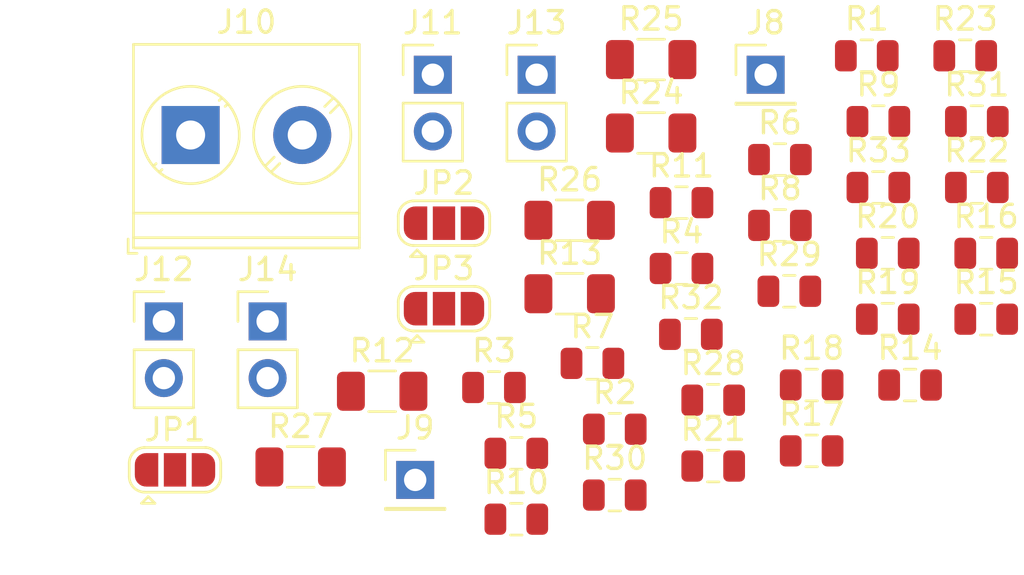
<source format=kicad_pcb>
(kicad_pcb (version 20171130) (host pcbnew "(5.1.6)-1")

  (general
    (thickness 1.6)
    (drawings 0)
    (tracks 0)
    (zones 0)
    (modules 43)
    (nets 30)
  )

  (page A4)
  (layers
    (0 F.Cu signal)
    (31 B.Cu signal)
    (32 B.Adhes user)
    (33 F.Adhes user)
    (34 B.Paste user)
    (35 F.Paste user)
    (36 B.SilkS user)
    (37 F.SilkS user)
    (38 B.Mask user)
    (39 F.Mask user)
    (40 Dwgs.User user)
    (41 Cmts.User user)
    (42 Eco1.User user)
    (43 Eco2.User user)
    (44 Edge.Cuts user)
    (45 Margin user)
    (46 B.CrtYd user)
    (47 F.CrtYd user)
    (48 B.Fab user)
    (49 F.Fab user)
  )

  (setup
    (last_trace_width 0.25)
    (trace_clearance 0.2)
    (zone_clearance 0.508)
    (zone_45_only no)
    (trace_min 0.2)
    (via_size 0.8)
    (via_drill 0.4)
    (via_min_size 0.4)
    (via_min_drill 0.3)
    (uvia_size 0.3)
    (uvia_drill 0.1)
    (uvias_allowed no)
    (uvia_min_size 0.2)
    (uvia_min_drill 0.1)
    (edge_width 0.05)
    (segment_width 0.2)
    (pcb_text_width 0.3)
    (pcb_text_size 1.5 1.5)
    (mod_edge_width 0.12)
    (mod_text_size 1 1)
    (mod_text_width 0.15)
    (pad_size 1.524 1.524)
    (pad_drill 0.762)
    (pad_to_mask_clearance 0.05)
    (aux_axis_origin 0 0)
    (visible_elements FFFFFF7F)
    (pcbplotparams
      (layerselection 0x010fc_ffffffff)
      (usegerberextensions false)
      (usegerberattributes true)
      (usegerberadvancedattributes true)
      (creategerberjobfile true)
      (excludeedgelayer true)
      (linewidth 0.100000)
      (plotframeref false)
      (viasonmask false)
      (mode 1)
      (useauxorigin false)
      (hpglpennumber 1)
      (hpglpenspeed 20)
      (hpglpendiameter 15.000000)
      (psnegative false)
      (psa4output false)
      (plotreference true)
      (plotvalue true)
      (plotinvisibletext false)
      (padsonsilk false)
      (subtractmaskfromsilk false)
      (outputformat 1)
      (mirror false)
      (drillshape 1)
      (scaleselection 1)
      (outputdirectory ""))
  )

  (net 0 "")
  (net 1 /AC_V_L)
  (net 2 /AC_V_N)
  (net 3 /ext_ref)
  (net 4 /VDDA)
  (net 5 /OUT_SIG)
  (net 6 /GNDA)
  (net 7 /Reference_voltage)
  (net 8 /V_div)
  (net 9 "Net-(R1-Pad2)")
  (net 10 "Net-(R17-Pad1)")
  (net 11 "Net-(R18-Pad1)")
  (net 12 "Net-(R4-Pad2)")
  (net 13 "Net-(R5-Pad2)")
  (net 14 "Net-(R6-Pad2)")
  (net 15 "Net-(R7-Pad2)")
  (net 16 "Net-(R10-Pad1)")
  (net 17 "Net-(R11-Pad1)")
  (net 18 "Net-(R11-Pad2)")
  (net 19 "Net-(R15-Pad2)")
  (net 20 "Net-(R16-Pad2)")
  (net 21 "Net-(R17-Pad2)")
  (net 22 "Net-(R18-Pad2)")
  (net 23 "Net-(R19-Pad2)")
  (net 24 "Net-(R20-Pad2)")
  (net 25 "Net-(R21-Pad2)")
  (net 26 "Net-(R22-Pad2)")
  (net 27 "Net-(R23-Pad2)")
  (net 28 "Net-(R29-Pad2)")
  (net 29 "Net-(R31-Pad2)")

  (net_class Default "This is the default net class."
    (clearance 0.2)
    (trace_width 0.25)
    (via_dia 0.8)
    (via_drill 0.4)
    (uvia_dia 0.3)
    (uvia_drill 0.1)
    (add_net /AC_V_L)
    (add_net /AC_V_N)
    (add_net /GNDA)
    (add_net /OUT_SIG)
    (add_net /Reference_voltage)
    (add_net /VDDA)
    (add_net /V_div)
    (add_net /ext_ref)
    (add_net "Net-(R1-Pad2)")
    (add_net "Net-(R10-Pad1)")
    (add_net "Net-(R11-Pad1)")
    (add_net "Net-(R11-Pad2)")
    (add_net "Net-(R15-Pad2)")
    (add_net "Net-(R16-Pad2)")
    (add_net "Net-(R17-Pad1)")
    (add_net "Net-(R17-Pad2)")
    (add_net "Net-(R18-Pad1)")
    (add_net "Net-(R18-Pad2)")
    (add_net "Net-(R19-Pad2)")
    (add_net "Net-(R20-Pad2)")
    (add_net "Net-(R21-Pad2)")
    (add_net "Net-(R22-Pad2)")
    (add_net "Net-(R23-Pad2)")
    (add_net "Net-(R29-Pad2)")
    (add_net "Net-(R31-Pad2)")
    (add_net "Net-(R4-Pad2)")
    (add_net "Net-(R5-Pad2)")
    (add_net "Net-(R6-Pad2)")
    (add_net "Net-(R7-Pad2)")
  )

  (module Resistor_SMD:R_0805_2012Metric (layer F.Cu) (tedit 5B36C52B) (tstamp 600083DF)
    (at 157.05 98.05)
    (descr "Resistor SMD 0805 (2012 Metric), square (rectangular) end terminal, IPC_7351 nominal, (Body size source: https://docs.google.com/spreadsheets/d/1BsfQQcO9C6DZCsRaXUlFlo91Tg2WpOkGARC1WS5S8t0/edit?usp=sharing), generated with kicad-footprint-generator")
    (tags resistor)
    (path /600356EA)
    (attr smd)
    (fp_text reference R33 (at 0 -1.65) (layer F.SilkS)
      (effects (font (size 1 1) (thickness 0.15)))
    )
    (fp_text value 15K (at 0 1.65) (layer F.Fab)
      (effects (font (size 1 1) (thickness 0.15)))
    )
    (fp_text user %R (at 0 0) (layer F.Fab)
      (effects (font (size 0.5 0.5) (thickness 0.08)))
    )
    (fp_line (start -1 0.6) (end -1 -0.6) (layer F.Fab) (width 0.1))
    (fp_line (start -1 -0.6) (end 1 -0.6) (layer F.Fab) (width 0.1))
    (fp_line (start 1 -0.6) (end 1 0.6) (layer F.Fab) (width 0.1))
    (fp_line (start 1 0.6) (end -1 0.6) (layer F.Fab) (width 0.1))
    (fp_line (start -0.258578 -0.71) (end 0.258578 -0.71) (layer F.SilkS) (width 0.12))
    (fp_line (start -0.258578 0.71) (end 0.258578 0.71) (layer F.SilkS) (width 0.12))
    (fp_line (start -1.68 0.95) (end -1.68 -0.95) (layer F.CrtYd) (width 0.05))
    (fp_line (start -1.68 -0.95) (end 1.68 -0.95) (layer F.CrtYd) (width 0.05))
    (fp_line (start 1.68 -0.95) (end 1.68 0.95) (layer F.CrtYd) (width 0.05))
    (fp_line (start 1.68 0.95) (end -1.68 0.95) (layer F.CrtYd) (width 0.05))
    (pad 2 smd roundrect (at 0.9375 0) (size 0.975 1.4) (layers F.Cu F.Paste F.Mask) (roundrect_rratio 0.25)
      (net 5 /OUT_SIG))
    (pad 1 smd roundrect (at -0.9375 0) (size 0.975 1.4) (layers F.Cu F.Paste F.Mask) (roundrect_rratio 0.25)
      (net 29 "Net-(R31-Pad2)"))
    (model ${KISYS3DMOD}/Resistor_SMD.3dshapes/R_0805_2012Metric.wrl
      (at (xyz 0 0 0))
      (scale (xyz 1 1 1))
      (rotate (xyz 0 0 0))
    )
  )

  (module Resistor_SMD:R_0805_2012Metric (layer F.Cu) (tedit 5B36C52B) (tstamp 600083CE)
    (at 148.65 104.63)
    (descr "Resistor SMD 0805 (2012 Metric), square (rectangular) end terminal, IPC_7351 nominal, (Body size source: https://docs.google.com/spreadsheets/d/1BsfQQcO9C6DZCsRaXUlFlo91Tg2WpOkGARC1WS5S8t0/edit?usp=sharing), generated with kicad-footprint-generator")
    (tags resistor)
    (path /6002DE50)
    (attr smd)
    (fp_text reference R32 (at 0 -1.65) (layer F.SilkS)
      (effects (font (size 1 1) (thickness 0.15)))
    )
    (fp_text value 15K (at 0 1.65) (layer F.Fab)
      (effects (font (size 1 1) (thickness 0.15)))
    )
    (fp_text user %R (at 0 0) (layer F.Fab)
      (effects (font (size 0.5 0.5) (thickness 0.08)))
    )
    (fp_line (start -1 0.6) (end -1 -0.6) (layer F.Fab) (width 0.1))
    (fp_line (start -1 -0.6) (end 1 -0.6) (layer F.Fab) (width 0.1))
    (fp_line (start 1 -0.6) (end 1 0.6) (layer F.Fab) (width 0.1))
    (fp_line (start 1 0.6) (end -1 0.6) (layer F.Fab) (width 0.1))
    (fp_line (start -0.258578 -0.71) (end 0.258578 -0.71) (layer F.SilkS) (width 0.12))
    (fp_line (start -0.258578 0.71) (end 0.258578 0.71) (layer F.SilkS) (width 0.12))
    (fp_line (start -1.68 0.95) (end -1.68 -0.95) (layer F.CrtYd) (width 0.05))
    (fp_line (start -1.68 -0.95) (end 1.68 -0.95) (layer F.CrtYd) (width 0.05))
    (fp_line (start 1.68 -0.95) (end 1.68 0.95) (layer F.CrtYd) (width 0.05))
    (fp_line (start 1.68 0.95) (end -1.68 0.95) (layer F.CrtYd) (width 0.05))
    (pad 2 smd roundrect (at 0.9375 0) (size 0.975 1.4) (layers F.Cu F.Paste F.Mask) (roundrect_rratio 0.25)
      (net 5 /OUT_SIG))
    (pad 1 smd roundrect (at -0.9375 0) (size 0.975 1.4) (layers F.Cu F.Paste F.Mask) (roundrect_rratio 0.25)
      (net 28 "Net-(R29-Pad2)"))
    (model ${KISYS3DMOD}/Resistor_SMD.3dshapes/R_0805_2012Metric.wrl
      (at (xyz 0 0 0))
      (scale (xyz 1 1 1))
      (rotate (xyz 0 0 0))
    )
  )

  (module Resistor_SMD:R_0805_2012Metric (layer F.Cu) (tedit 5B36C52B) (tstamp 600083BD)
    (at 161.46 95.1)
    (descr "Resistor SMD 0805 (2012 Metric), square (rectangular) end terminal, IPC_7351 nominal, (Body size source: https://docs.google.com/spreadsheets/d/1BsfQQcO9C6DZCsRaXUlFlo91Tg2WpOkGARC1WS5S8t0/edit?usp=sharing), generated with kicad-footprint-generator")
    (tags resistor)
    (path /6003570F)
    (attr smd)
    (fp_text reference R31 (at 0 -1.65) (layer F.SilkS)
      (effects (font (size 1 1) (thickness 0.15)))
    )
    (fp_text value 240K (at 0 1.65) (layer F.Fab)
      (effects (font (size 1 1) (thickness 0.15)))
    )
    (fp_text user %R (at 0 0) (layer F.Fab)
      (effects (font (size 0.5 0.5) (thickness 0.08)))
    )
    (fp_line (start -1 0.6) (end -1 -0.6) (layer F.Fab) (width 0.1))
    (fp_line (start -1 -0.6) (end 1 -0.6) (layer F.Fab) (width 0.1))
    (fp_line (start 1 -0.6) (end 1 0.6) (layer F.Fab) (width 0.1))
    (fp_line (start 1 0.6) (end -1 0.6) (layer F.Fab) (width 0.1))
    (fp_line (start -0.258578 -0.71) (end 0.258578 -0.71) (layer F.SilkS) (width 0.12))
    (fp_line (start -0.258578 0.71) (end 0.258578 0.71) (layer F.SilkS) (width 0.12))
    (fp_line (start -1.68 0.95) (end -1.68 -0.95) (layer F.CrtYd) (width 0.05))
    (fp_line (start -1.68 -0.95) (end 1.68 -0.95) (layer F.CrtYd) (width 0.05))
    (fp_line (start 1.68 -0.95) (end 1.68 0.95) (layer F.CrtYd) (width 0.05))
    (fp_line (start 1.68 0.95) (end -1.68 0.95) (layer F.CrtYd) (width 0.05))
    (pad 2 smd roundrect (at 0.9375 0) (size 0.975 1.4) (layers F.Cu F.Paste F.Mask) (roundrect_rratio 0.25)
      (net 29 "Net-(R31-Pad2)"))
    (pad 1 smd roundrect (at -0.9375 0) (size 0.975 1.4) (layers F.Cu F.Paste F.Mask) (roundrect_rratio 0.25)
      (net 27 "Net-(R23-Pad2)"))
    (model ${KISYS3DMOD}/Resistor_SMD.3dshapes/R_0805_2012Metric.wrl
      (at (xyz 0 0 0))
      (scale (xyz 1 1 1))
      (rotate (xyz 0 0 0))
    )
  )

  (module Resistor_SMD:R_0805_2012Metric (layer F.Cu) (tedit 5B36C52B) (tstamp 600083AC)
    (at 145.24 111.83)
    (descr "Resistor SMD 0805 (2012 Metric), square (rectangular) end terminal, IPC_7351 nominal, (Body size source: https://docs.google.com/spreadsheets/d/1BsfQQcO9C6DZCsRaXUlFlo91Tg2WpOkGARC1WS5S8t0/edit?usp=sharing), generated with kicad-footprint-generator")
    (tags resistor)
    (path /60035709)
    (attr smd)
    (fp_text reference R30 (at 0 -1.65) (layer F.SilkS)
      (effects (font (size 1 1) (thickness 0.15)))
    )
    (fp_text value 240K (at 0 1.65) (layer F.Fab)
      (effects (font (size 1 1) (thickness 0.15)))
    )
    (fp_text user %R (at 0 0) (layer F.Fab)
      (effects (font (size 0.5 0.5) (thickness 0.08)))
    )
    (fp_line (start -1 0.6) (end -1 -0.6) (layer F.Fab) (width 0.1))
    (fp_line (start -1 -0.6) (end 1 -0.6) (layer F.Fab) (width 0.1))
    (fp_line (start 1 -0.6) (end 1 0.6) (layer F.Fab) (width 0.1))
    (fp_line (start 1 0.6) (end -1 0.6) (layer F.Fab) (width 0.1))
    (fp_line (start -0.258578 -0.71) (end 0.258578 -0.71) (layer F.SilkS) (width 0.12))
    (fp_line (start -0.258578 0.71) (end 0.258578 0.71) (layer F.SilkS) (width 0.12))
    (fp_line (start -1.68 0.95) (end -1.68 -0.95) (layer F.CrtYd) (width 0.05))
    (fp_line (start -1.68 -0.95) (end 1.68 -0.95) (layer F.CrtYd) (width 0.05))
    (fp_line (start 1.68 -0.95) (end 1.68 0.95) (layer F.CrtYd) (width 0.05))
    (fp_line (start 1.68 0.95) (end -1.68 0.95) (layer F.CrtYd) (width 0.05))
    (pad 2 smd roundrect (at 0.9375 0) (size 0.975 1.4) (layers F.Cu F.Paste F.Mask) (roundrect_rratio 0.25)
      (net 7 /Reference_voltage))
    (pad 1 smd roundrect (at -0.9375 0) (size 0.975 1.4) (layers F.Cu F.Paste F.Mask) (roundrect_rratio 0.25)
      (net 26 "Net-(R22-Pad2)"))
    (model ${KISYS3DMOD}/Resistor_SMD.3dshapes/R_0805_2012Metric.wrl
      (at (xyz 0 0 0))
      (scale (xyz 1 1 1))
      (rotate (xyz 0 0 0))
    )
  )

  (module Resistor_SMD:R_0805_2012Metric (layer F.Cu) (tedit 5B36C52B) (tstamp 6000839B)
    (at 153.06 102.7)
    (descr "Resistor SMD 0805 (2012 Metric), square (rectangular) end terminal, IPC_7351 nominal, (Body size source: https://docs.google.com/spreadsheets/d/1BsfQQcO9C6DZCsRaXUlFlo91Tg2WpOkGARC1WS5S8t0/edit?usp=sharing), generated with kicad-footprint-generator")
    (tags resistor)
    (path /6002DE75)
    (attr smd)
    (fp_text reference R29 (at 0 -1.65) (layer F.SilkS)
      (effects (font (size 1 1) (thickness 0.15)))
    )
    (fp_text value 240K (at 0 1.65) (layer F.Fab)
      (effects (font (size 1 1) (thickness 0.15)))
    )
    (fp_text user %R (at 0 0) (layer F.Fab)
      (effects (font (size 0.5 0.5) (thickness 0.08)))
    )
    (fp_line (start -1 0.6) (end -1 -0.6) (layer F.Fab) (width 0.1))
    (fp_line (start -1 -0.6) (end 1 -0.6) (layer F.Fab) (width 0.1))
    (fp_line (start 1 -0.6) (end 1 0.6) (layer F.Fab) (width 0.1))
    (fp_line (start 1 0.6) (end -1 0.6) (layer F.Fab) (width 0.1))
    (fp_line (start -0.258578 -0.71) (end 0.258578 -0.71) (layer F.SilkS) (width 0.12))
    (fp_line (start -0.258578 0.71) (end 0.258578 0.71) (layer F.SilkS) (width 0.12))
    (fp_line (start -1.68 0.95) (end -1.68 -0.95) (layer F.CrtYd) (width 0.05))
    (fp_line (start -1.68 -0.95) (end 1.68 -0.95) (layer F.CrtYd) (width 0.05))
    (fp_line (start 1.68 -0.95) (end 1.68 0.95) (layer F.CrtYd) (width 0.05))
    (fp_line (start 1.68 0.95) (end -1.68 0.95) (layer F.CrtYd) (width 0.05))
    (pad 2 smd roundrect (at 0.9375 0) (size 0.975 1.4) (layers F.Cu F.Paste F.Mask) (roundrect_rratio 0.25)
      (net 28 "Net-(R29-Pad2)"))
    (pad 1 smd roundrect (at -0.9375 0) (size 0.975 1.4) (layers F.Cu F.Paste F.Mask) (roundrect_rratio 0.25)
      (net 25 "Net-(R21-Pad2)"))
    (model ${KISYS3DMOD}/Resistor_SMD.3dshapes/R_0805_2012Metric.wrl
      (at (xyz 0 0 0))
      (scale (xyz 1 1 1))
      (rotate (xyz 0 0 0))
    )
  )

  (module Resistor_SMD:R_0805_2012Metric (layer F.Cu) (tedit 5B36C52B) (tstamp 6000838A)
    (at 149.65 107.58)
    (descr "Resistor SMD 0805 (2012 Metric), square (rectangular) end terminal, IPC_7351 nominal, (Body size source: https://docs.google.com/spreadsheets/d/1BsfQQcO9C6DZCsRaXUlFlo91Tg2WpOkGARC1WS5S8t0/edit?usp=sharing), generated with kicad-footprint-generator")
    (tags resistor)
    (path /6002DE6F)
    (attr smd)
    (fp_text reference R28 (at 0 -1.65) (layer F.SilkS)
      (effects (font (size 1 1) (thickness 0.15)))
    )
    (fp_text value 240K (at 0 1.65) (layer F.Fab)
      (effects (font (size 1 1) (thickness 0.15)))
    )
    (fp_text user %R (at 0 0) (layer F.Fab)
      (effects (font (size 0.5 0.5) (thickness 0.08)))
    )
    (fp_line (start -1 0.6) (end -1 -0.6) (layer F.Fab) (width 0.1))
    (fp_line (start -1 -0.6) (end 1 -0.6) (layer F.Fab) (width 0.1))
    (fp_line (start 1 -0.6) (end 1 0.6) (layer F.Fab) (width 0.1))
    (fp_line (start 1 0.6) (end -1 0.6) (layer F.Fab) (width 0.1))
    (fp_line (start -0.258578 -0.71) (end 0.258578 -0.71) (layer F.SilkS) (width 0.12))
    (fp_line (start -0.258578 0.71) (end 0.258578 0.71) (layer F.SilkS) (width 0.12))
    (fp_line (start -1.68 0.95) (end -1.68 -0.95) (layer F.CrtYd) (width 0.05))
    (fp_line (start -1.68 -0.95) (end 1.68 -0.95) (layer F.CrtYd) (width 0.05))
    (fp_line (start 1.68 -0.95) (end 1.68 0.95) (layer F.CrtYd) (width 0.05))
    (fp_line (start 1.68 0.95) (end -1.68 0.95) (layer F.CrtYd) (width 0.05))
    (pad 2 smd roundrect (at 0.9375 0) (size 0.975 1.4) (layers F.Cu F.Paste F.Mask) (roundrect_rratio 0.25)
      (net 7 /Reference_voltage))
    (pad 1 smd roundrect (at -0.9375 0) (size 0.975 1.4) (layers F.Cu F.Paste F.Mask) (roundrect_rratio 0.25)
      (net 24 "Net-(R20-Pad2)"))
    (model ${KISYS3DMOD}/Resistor_SMD.3dshapes/R_0805_2012Metric.wrl
      (at (xyz 0 0 0))
      (scale (xyz 1 1 1))
      (rotate (xyz 0 0 0))
    )
  )

  (module Resistor_SMD:R_1206_3216Metric (layer F.Cu) (tedit 5B301BBD) (tstamp 60008379)
    (at 131.17 110.57)
    (descr "Resistor SMD 1206 (3216 Metric), square (rectangular) end terminal, IPC_7351 nominal, (Body size source: http://www.tortai-tech.com/upload/download/2011102023233369053.pdf), generated with kicad-footprint-generator")
    (tags resistor)
    (path /60035723)
    (attr smd)
    (fp_text reference R27 (at 0 -1.82) (layer F.SilkS)
      (effects (font (size 1 1) (thickness 0.15)))
    )
    (fp_text value R_div_ref (at 0 1.82) (layer F.Fab)
      (effects (font (size 1 1) (thickness 0.15)))
    )
    (fp_text user %R (at 0 0) (layer F.Fab)
      (effects (font (size 0.8 0.8) (thickness 0.12)))
    )
    (fp_line (start -1.6 0.8) (end -1.6 -0.8) (layer F.Fab) (width 0.1))
    (fp_line (start -1.6 -0.8) (end 1.6 -0.8) (layer F.Fab) (width 0.1))
    (fp_line (start 1.6 -0.8) (end 1.6 0.8) (layer F.Fab) (width 0.1))
    (fp_line (start 1.6 0.8) (end -1.6 0.8) (layer F.Fab) (width 0.1))
    (fp_line (start -0.602064 -0.91) (end 0.602064 -0.91) (layer F.SilkS) (width 0.12))
    (fp_line (start -0.602064 0.91) (end 0.602064 0.91) (layer F.SilkS) (width 0.12))
    (fp_line (start -2.28 1.12) (end -2.28 -1.12) (layer F.CrtYd) (width 0.05))
    (fp_line (start -2.28 -1.12) (end 2.28 -1.12) (layer F.CrtYd) (width 0.05))
    (fp_line (start 2.28 -1.12) (end 2.28 1.12) (layer F.CrtYd) (width 0.05))
    (fp_line (start 2.28 1.12) (end -2.28 1.12) (layer F.CrtYd) (width 0.05))
    (pad 2 smd roundrect (at 1.4 0) (size 1.25 1.75) (layers F.Cu F.Paste F.Mask) (roundrect_rratio 0.2)
      (net 8 /V_div))
    (pad 1 smd roundrect (at -1.4 0) (size 1.25 1.75) (layers F.Cu F.Paste F.Mask) (roundrect_rratio 0.2)
      (net 6 /GNDA))
    (model ${KISYS3DMOD}/Resistor_SMD.3dshapes/R_1206_3216Metric.wrl
      (at (xyz 0 0 0))
      (scale (xyz 1 1 1))
      (rotate (xyz 0 0 0))
    )
  )

  (module Resistor_SMD:R_1206_3216Metric (layer F.Cu) (tedit 5B301BBD) (tstamp 60008368)
    (at 143.22 99.52)
    (descr "Resistor SMD 1206 (3216 Metric), square (rectangular) end terminal, IPC_7351 nominal, (Body size source: http://www.tortai-tech.com/upload/download/2011102023233369053.pdf), generated with kicad-footprint-generator")
    (tags resistor)
    (path /60035729)
    (attr smd)
    (fp_text reference R26 (at 0 -1.82) (layer F.SilkS)
      (effects (font (size 1 1) (thickness 0.15)))
    )
    (fp_text value R_div_ref (at 0 1.82) (layer F.Fab)
      (effects (font (size 1 1) (thickness 0.15)))
    )
    (fp_text user %R (at 0 0) (layer F.Fab)
      (effects (font (size 0.8 0.8) (thickness 0.12)))
    )
    (fp_line (start -1.6 0.8) (end -1.6 -0.8) (layer F.Fab) (width 0.1))
    (fp_line (start -1.6 -0.8) (end 1.6 -0.8) (layer F.Fab) (width 0.1))
    (fp_line (start 1.6 -0.8) (end 1.6 0.8) (layer F.Fab) (width 0.1))
    (fp_line (start 1.6 0.8) (end -1.6 0.8) (layer F.Fab) (width 0.1))
    (fp_line (start -0.602064 -0.91) (end 0.602064 -0.91) (layer F.SilkS) (width 0.12))
    (fp_line (start -0.602064 0.91) (end 0.602064 0.91) (layer F.SilkS) (width 0.12))
    (fp_line (start -2.28 1.12) (end -2.28 -1.12) (layer F.CrtYd) (width 0.05))
    (fp_line (start -2.28 -1.12) (end 2.28 -1.12) (layer F.CrtYd) (width 0.05))
    (fp_line (start 2.28 -1.12) (end 2.28 1.12) (layer F.CrtYd) (width 0.05))
    (fp_line (start 2.28 1.12) (end -2.28 1.12) (layer F.CrtYd) (width 0.05))
    (pad 2 smd roundrect (at 1.4 0) (size 1.25 1.75) (layers F.Cu F.Paste F.Mask) (roundrect_rratio 0.2)
      (net 4 /VDDA))
    (pad 1 smd roundrect (at -1.4 0) (size 1.25 1.75) (layers F.Cu F.Paste F.Mask) (roundrect_rratio 0.2)
      (net 8 /V_div))
    (model ${KISYS3DMOD}/Resistor_SMD.3dshapes/R_1206_3216Metric.wrl
      (at (xyz 0 0 0))
      (scale (xyz 1 1 1))
      (rotate (xyz 0 0 0))
    )
  )

  (module Resistor_SMD:R_1206_3216Metric (layer F.Cu) (tedit 5B301BBD) (tstamp 60008357)
    (at 146.87 92.32)
    (descr "Resistor SMD 1206 (3216 Metric), square (rectangular) end terminal, IPC_7351 nominal, (Body size source: http://www.tortai-tech.com/upload/download/2011102023233369053.pdf), generated with kicad-footprint-generator")
    (tags resistor)
    (path /6002DE89)
    (attr smd)
    (fp_text reference R25 (at 0 -1.82) (layer F.SilkS)
      (effects (font (size 1 1) (thickness 0.15)))
    )
    (fp_text value R_div_ref (at 0 1.82) (layer F.Fab)
      (effects (font (size 1 1) (thickness 0.15)))
    )
    (fp_text user %R (at 0 0) (layer F.Fab)
      (effects (font (size 0.8 0.8) (thickness 0.12)))
    )
    (fp_line (start -1.6 0.8) (end -1.6 -0.8) (layer F.Fab) (width 0.1))
    (fp_line (start -1.6 -0.8) (end 1.6 -0.8) (layer F.Fab) (width 0.1))
    (fp_line (start 1.6 -0.8) (end 1.6 0.8) (layer F.Fab) (width 0.1))
    (fp_line (start 1.6 0.8) (end -1.6 0.8) (layer F.Fab) (width 0.1))
    (fp_line (start -0.602064 -0.91) (end 0.602064 -0.91) (layer F.SilkS) (width 0.12))
    (fp_line (start -0.602064 0.91) (end 0.602064 0.91) (layer F.SilkS) (width 0.12))
    (fp_line (start -2.28 1.12) (end -2.28 -1.12) (layer F.CrtYd) (width 0.05))
    (fp_line (start -2.28 -1.12) (end 2.28 -1.12) (layer F.CrtYd) (width 0.05))
    (fp_line (start 2.28 -1.12) (end 2.28 1.12) (layer F.CrtYd) (width 0.05))
    (fp_line (start 2.28 1.12) (end -2.28 1.12) (layer F.CrtYd) (width 0.05))
    (pad 2 smd roundrect (at 1.4 0) (size 1.25 1.75) (layers F.Cu F.Paste F.Mask) (roundrect_rratio 0.2)
      (net 8 /V_div))
    (pad 1 smd roundrect (at -1.4 0) (size 1.25 1.75) (layers F.Cu F.Paste F.Mask) (roundrect_rratio 0.2)
      (net 6 /GNDA))
    (model ${KISYS3DMOD}/Resistor_SMD.3dshapes/R_1206_3216Metric.wrl
      (at (xyz 0 0 0))
      (scale (xyz 1 1 1))
      (rotate (xyz 0 0 0))
    )
  )

  (module Resistor_SMD:R_1206_3216Metric (layer F.Cu) (tedit 5B301BBD) (tstamp 60008346)
    (at 146.87 95.61)
    (descr "Resistor SMD 1206 (3216 Metric), square (rectangular) end terminal, IPC_7351 nominal, (Body size source: http://www.tortai-tech.com/upload/download/2011102023233369053.pdf), generated with kicad-footprint-generator")
    (tags resistor)
    (path /6002DE8F)
    (attr smd)
    (fp_text reference R24 (at 0 -1.82) (layer F.SilkS)
      (effects (font (size 1 1) (thickness 0.15)))
    )
    (fp_text value R_div_ref (at 0 1.82) (layer F.Fab)
      (effects (font (size 1 1) (thickness 0.15)))
    )
    (fp_text user %R (at 0 0) (layer F.Fab)
      (effects (font (size 0.8 0.8) (thickness 0.12)))
    )
    (fp_line (start -1.6 0.8) (end -1.6 -0.8) (layer F.Fab) (width 0.1))
    (fp_line (start -1.6 -0.8) (end 1.6 -0.8) (layer F.Fab) (width 0.1))
    (fp_line (start 1.6 -0.8) (end 1.6 0.8) (layer F.Fab) (width 0.1))
    (fp_line (start 1.6 0.8) (end -1.6 0.8) (layer F.Fab) (width 0.1))
    (fp_line (start -0.602064 -0.91) (end 0.602064 -0.91) (layer F.SilkS) (width 0.12))
    (fp_line (start -0.602064 0.91) (end 0.602064 0.91) (layer F.SilkS) (width 0.12))
    (fp_line (start -2.28 1.12) (end -2.28 -1.12) (layer F.CrtYd) (width 0.05))
    (fp_line (start -2.28 -1.12) (end 2.28 -1.12) (layer F.CrtYd) (width 0.05))
    (fp_line (start 2.28 -1.12) (end 2.28 1.12) (layer F.CrtYd) (width 0.05))
    (fp_line (start 2.28 1.12) (end -2.28 1.12) (layer F.CrtYd) (width 0.05))
    (pad 2 smd roundrect (at 1.4 0) (size 1.25 1.75) (layers F.Cu F.Paste F.Mask) (roundrect_rratio 0.2)
      (net 4 /VDDA))
    (pad 1 smd roundrect (at -1.4 0) (size 1.25 1.75) (layers F.Cu F.Paste F.Mask) (roundrect_rratio 0.2)
      (net 8 /V_div))
    (model ${KISYS3DMOD}/Resistor_SMD.3dshapes/R_1206_3216Metric.wrl
      (at (xyz 0 0 0))
      (scale (xyz 1 1 1))
      (rotate (xyz 0 0 0))
    )
  )

  (module Resistor_SMD:R_0805_2012Metric (layer F.Cu) (tedit 5B36C52B) (tstamp 60008335)
    (at 160.94 92.15)
    (descr "Resistor SMD 0805 (2012 Metric), square (rectangular) end terminal, IPC_7351 nominal, (Body size source: https://docs.google.com/spreadsheets/d/1BsfQQcO9C6DZCsRaXUlFlo91Tg2WpOkGARC1WS5S8t0/edit?usp=sharing), generated with kicad-footprint-generator")
    (tags resistor)
    (path /600356DE)
    (attr smd)
    (fp_text reference R23 (at 0 -1.65) (layer F.SilkS)
      (effects (font (size 1 1) (thickness 0.15)))
    )
    (fp_text value 1M (at 0 1.65) (layer F.Fab)
      (effects (font (size 1 1) (thickness 0.15)))
    )
    (fp_text user %R (at 0 0) (layer F.Fab)
      (effects (font (size 0.5 0.5) (thickness 0.08)))
    )
    (fp_line (start -1 0.6) (end -1 -0.6) (layer F.Fab) (width 0.1))
    (fp_line (start -1 -0.6) (end 1 -0.6) (layer F.Fab) (width 0.1))
    (fp_line (start 1 -0.6) (end 1 0.6) (layer F.Fab) (width 0.1))
    (fp_line (start 1 0.6) (end -1 0.6) (layer F.Fab) (width 0.1))
    (fp_line (start -0.258578 -0.71) (end 0.258578 -0.71) (layer F.SilkS) (width 0.12))
    (fp_line (start -0.258578 0.71) (end 0.258578 0.71) (layer F.SilkS) (width 0.12))
    (fp_line (start -1.68 0.95) (end -1.68 -0.95) (layer F.CrtYd) (width 0.05))
    (fp_line (start -1.68 -0.95) (end 1.68 -0.95) (layer F.CrtYd) (width 0.05))
    (fp_line (start 1.68 -0.95) (end 1.68 0.95) (layer F.CrtYd) (width 0.05))
    (fp_line (start 1.68 0.95) (end -1.68 0.95) (layer F.CrtYd) (width 0.05))
    (pad 2 smd roundrect (at 0.9375 0) (size 0.975 1.4) (layers F.Cu F.Paste F.Mask) (roundrect_rratio 0.25)
      (net 27 "Net-(R23-Pad2)"))
    (pad 1 smd roundrect (at -0.9375 0) (size 0.975 1.4) (layers F.Cu F.Paste F.Mask) (roundrect_rratio 0.25)
      (net 23 "Net-(R19-Pad2)"))
    (model ${KISYS3DMOD}/Resistor_SMD.3dshapes/R_0805_2012Metric.wrl
      (at (xyz 0 0 0))
      (scale (xyz 1 1 1))
      (rotate (xyz 0 0 0))
    )
  )

  (module Resistor_SMD:R_0805_2012Metric (layer F.Cu) (tedit 5B36C52B) (tstamp 60008324)
    (at 161.46 98.05)
    (descr "Resistor SMD 0805 (2012 Metric), square (rectangular) end terminal, IPC_7351 nominal, (Body size source: https://docs.google.com/spreadsheets/d/1BsfQQcO9C6DZCsRaXUlFlo91Tg2WpOkGARC1WS5S8t0/edit?usp=sharing), generated with kicad-footprint-generator")
    (tags resistor)
    (path /600356CC)
    (attr smd)
    (fp_text reference R22 (at 0 -1.65) (layer F.SilkS)
      (effects (font (size 1 1) (thickness 0.15)))
    )
    (fp_text value 1M (at 0 1.65) (layer F.Fab)
      (effects (font (size 1 1) (thickness 0.15)))
    )
    (fp_text user %R (at 0 0) (layer F.Fab)
      (effects (font (size 0.5 0.5) (thickness 0.08)))
    )
    (fp_line (start -1 0.6) (end -1 -0.6) (layer F.Fab) (width 0.1))
    (fp_line (start -1 -0.6) (end 1 -0.6) (layer F.Fab) (width 0.1))
    (fp_line (start 1 -0.6) (end 1 0.6) (layer F.Fab) (width 0.1))
    (fp_line (start 1 0.6) (end -1 0.6) (layer F.Fab) (width 0.1))
    (fp_line (start -0.258578 -0.71) (end 0.258578 -0.71) (layer F.SilkS) (width 0.12))
    (fp_line (start -0.258578 0.71) (end 0.258578 0.71) (layer F.SilkS) (width 0.12))
    (fp_line (start -1.68 0.95) (end -1.68 -0.95) (layer F.CrtYd) (width 0.05))
    (fp_line (start -1.68 -0.95) (end 1.68 -0.95) (layer F.CrtYd) (width 0.05))
    (fp_line (start 1.68 -0.95) (end 1.68 0.95) (layer F.CrtYd) (width 0.05))
    (fp_line (start 1.68 0.95) (end -1.68 0.95) (layer F.CrtYd) (width 0.05))
    (pad 2 smd roundrect (at 0.9375 0) (size 0.975 1.4) (layers F.Cu F.Paste F.Mask) (roundrect_rratio 0.25)
      (net 26 "Net-(R22-Pad2)"))
    (pad 1 smd roundrect (at -0.9375 0) (size 0.975 1.4) (layers F.Cu F.Paste F.Mask) (roundrect_rratio 0.25)
      (net 22 "Net-(R18-Pad2)"))
    (model ${KISYS3DMOD}/Resistor_SMD.3dshapes/R_0805_2012Metric.wrl
      (at (xyz 0 0 0))
      (scale (xyz 1 1 1))
      (rotate (xyz 0 0 0))
    )
  )

  (module Resistor_SMD:R_0805_2012Metric (layer F.Cu) (tedit 5B36C52B) (tstamp 60008313)
    (at 149.65 110.53)
    (descr "Resistor SMD 0805 (2012 Metric), square (rectangular) end terminal, IPC_7351 nominal, (Body size source: https://docs.google.com/spreadsheets/d/1BsfQQcO9C6DZCsRaXUlFlo91Tg2WpOkGARC1WS5S8t0/edit?usp=sharing), generated with kicad-footprint-generator")
    (tags resistor)
    (path /6002DE44)
    (attr smd)
    (fp_text reference R21 (at 0 -1.65) (layer F.SilkS)
      (effects (font (size 1 1) (thickness 0.15)))
    )
    (fp_text value 1M (at 0 1.65) (layer F.Fab)
      (effects (font (size 1 1) (thickness 0.15)))
    )
    (fp_text user %R (at 0 0) (layer F.Fab)
      (effects (font (size 0.5 0.5) (thickness 0.08)))
    )
    (fp_line (start -1 0.6) (end -1 -0.6) (layer F.Fab) (width 0.1))
    (fp_line (start -1 -0.6) (end 1 -0.6) (layer F.Fab) (width 0.1))
    (fp_line (start 1 -0.6) (end 1 0.6) (layer F.Fab) (width 0.1))
    (fp_line (start 1 0.6) (end -1 0.6) (layer F.Fab) (width 0.1))
    (fp_line (start -0.258578 -0.71) (end 0.258578 -0.71) (layer F.SilkS) (width 0.12))
    (fp_line (start -0.258578 0.71) (end 0.258578 0.71) (layer F.SilkS) (width 0.12))
    (fp_line (start -1.68 0.95) (end -1.68 -0.95) (layer F.CrtYd) (width 0.05))
    (fp_line (start -1.68 -0.95) (end 1.68 -0.95) (layer F.CrtYd) (width 0.05))
    (fp_line (start 1.68 -0.95) (end 1.68 0.95) (layer F.CrtYd) (width 0.05))
    (fp_line (start 1.68 0.95) (end -1.68 0.95) (layer F.CrtYd) (width 0.05))
    (pad 2 smd roundrect (at 0.9375 0) (size 0.975 1.4) (layers F.Cu F.Paste F.Mask) (roundrect_rratio 0.25)
      (net 25 "Net-(R21-Pad2)"))
    (pad 1 smd roundrect (at -0.9375 0) (size 0.975 1.4) (layers F.Cu F.Paste F.Mask) (roundrect_rratio 0.25)
      (net 21 "Net-(R17-Pad2)"))
    (model ${KISYS3DMOD}/Resistor_SMD.3dshapes/R_0805_2012Metric.wrl
      (at (xyz 0 0 0))
      (scale (xyz 1 1 1))
      (rotate (xyz 0 0 0))
    )
  )

  (module Resistor_SMD:R_0805_2012Metric (layer F.Cu) (tedit 5B36C52B) (tstamp 60008302)
    (at 157.47 101)
    (descr "Resistor SMD 0805 (2012 Metric), square (rectangular) end terminal, IPC_7351 nominal, (Body size source: https://docs.google.com/spreadsheets/d/1BsfQQcO9C6DZCsRaXUlFlo91Tg2WpOkGARC1WS5S8t0/edit?usp=sharing), generated with kicad-footprint-generator")
    (tags resistor)
    (path /6002DE32)
    (attr smd)
    (fp_text reference R20 (at 0 -1.65) (layer F.SilkS)
      (effects (font (size 1 1) (thickness 0.15)))
    )
    (fp_text value 1M (at 0 1.65) (layer F.Fab)
      (effects (font (size 1 1) (thickness 0.15)))
    )
    (fp_text user %R (at 0 0) (layer F.Fab)
      (effects (font (size 0.5 0.5) (thickness 0.08)))
    )
    (fp_line (start -1 0.6) (end -1 -0.6) (layer F.Fab) (width 0.1))
    (fp_line (start -1 -0.6) (end 1 -0.6) (layer F.Fab) (width 0.1))
    (fp_line (start 1 -0.6) (end 1 0.6) (layer F.Fab) (width 0.1))
    (fp_line (start 1 0.6) (end -1 0.6) (layer F.Fab) (width 0.1))
    (fp_line (start -0.258578 -0.71) (end 0.258578 -0.71) (layer F.SilkS) (width 0.12))
    (fp_line (start -0.258578 0.71) (end 0.258578 0.71) (layer F.SilkS) (width 0.12))
    (fp_line (start -1.68 0.95) (end -1.68 -0.95) (layer F.CrtYd) (width 0.05))
    (fp_line (start -1.68 -0.95) (end 1.68 -0.95) (layer F.CrtYd) (width 0.05))
    (fp_line (start 1.68 -0.95) (end 1.68 0.95) (layer F.CrtYd) (width 0.05))
    (fp_line (start 1.68 0.95) (end -1.68 0.95) (layer F.CrtYd) (width 0.05))
    (pad 2 smd roundrect (at 0.9375 0) (size 0.975 1.4) (layers F.Cu F.Paste F.Mask) (roundrect_rratio 0.25)
      (net 24 "Net-(R20-Pad2)"))
    (pad 1 smd roundrect (at -0.9375 0) (size 0.975 1.4) (layers F.Cu F.Paste F.Mask) (roundrect_rratio 0.25)
      (net 20 "Net-(R16-Pad2)"))
    (model ${KISYS3DMOD}/Resistor_SMD.3dshapes/R_0805_2012Metric.wrl
      (at (xyz 0 0 0))
      (scale (xyz 1 1 1))
      (rotate (xyz 0 0 0))
    )
  )

  (module Resistor_SMD:R_0805_2012Metric (layer F.Cu) (tedit 5B36C52B) (tstamp 600082F1)
    (at 157.47 103.95)
    (descr "Resistor SMD 0805 (2012 Metric), square (rectangular) end terminal, IPC_7351 nominal, (Body size source: https://docs.google.com/spreadsheets/d/1BsfQQcO9C6DZCsRaXUlFlo91Tg2WpOkGARC1WS5S8t0/edit?usp=sharing), generated with kicad-footprint-generator")
    (tags resistor)
    (path /600356D8)
    (attr smd)
    (fp_text reference R19 (at 0 -1.65) (layer F.SilkS)
      (effects (font (size 1 1) (thickness 0.15)))
    )
    (fp_text value 1M (at 0 1.65) (layer F.Fab)
      (effects (font (size 1 1) (thickness 0.15)))
    )
    (fp_text user %R (at 0 0) (layer F.Fab)
      (effects (font (size 0.5 0.5) (thickness 0.08)))
    )
    (fp_line (start -1 0.6) (end -1 -0.6) (layer F.Fab) (width 0.1))
    (fp_line (start -1 -0.6) (end 1 -0.6) (layer F.Fab) (width 0.1))
    (fp_line (start 1 -0.6) (end 1 0.6) (layer F.Fab) (width 0.1))
    (fp_line (start 1 0.6) (end -1 0.6) (layer F.Fab) (width 0.1))
    (fp_line (start -0.258578 -0.71) (end 0.258578 -0.71) (layer F.SilkS) (width 0.12))
    (fp_line (start -0.258578 0.71) (end 0.258578 0.71) (layer F.SilkS) (width 0.12))
    (fp_line (start -1.68 0.95) (end -1.68 -0.95) (layer F.CrtYd) (width 0.05))
    (fp_line (start -1.68 -0.95) (end 1.68 -0.95) (layer F.CrtYd) (width 0.05))
    (fp_line (start 1.68 -0.95) (end 1.68 0.95) (layer F.CrtYd) (width 0.05))
    (fp_line (start 1.68 0.95) (end -1.68 0.95) (layer F.CrtYd) (width 0.05))
    (pad 2 smd roundrect (at 0.9375 0) (size 0.975 1.4) (layers F.Cu F.Paste F.Mask) (roundrect_rratio 0.25)
      (net 23 "Net-(R19-Pad2)"))
    (pad 1 smd roundrect (at -0.9375 0) (size 0.975 1.4) (layers F.Cu F.Paste F.Mask) (roundrect_rratio 0.25)
      (net 19 "Net-(R15-Pad2)"))
    (model ${KISYS3DMOD}/Resistor_SMD.3dshapes/R_0805_2012Metric.wrl
      (at (xyz 0 0 0))
      (scale (xyz 1 1 1))
      (rotate (xyz 0 0 0))
    )
  )

  (module Resistor_SMD:R_0805_2012Metric (layer F.Cu) (tedit 5B36C52B) (tstamp 600082E0)
    (at 154.06 106.9)
    (descr "Resistor SMD 0805 (2012 Metric), square (rectangular) end terminal, IPC_7351 nominal, (Body size source: https://docs.google.com/spreadsheets/d/1BsfQQcO9C6DZCsRaXUlFlo91Tg2WpOkGARC1WS5S8t0/edit?usp=sharing), generated with kicad-footprint-generator")
    (tags resistor)
    (path /600356C6)
    (attr smd)
    (fp_text reference R18 (at 0 -1.65) (layer F.SilkS)
      (effects (font (size 1 1) (thickness 0.15)))
    )
    (fp_text value 1M (at 0 1.65) (layer F.Fab)
      (effects (font (size 1 1) (thickness 0.15)))
    )
    (fp_text user %R (at 0 0) (layer F.Fab)
      (effects (font (size 0.5 0.5) (thickness 0.08)))
    )
    (fp_line (start -1 0.6) (end -1 -0.6) (layer F.Fab) (width 0.1))
    (fp_line (start -1 -0.6) (end 1 -0.6) (layer F.Fab) (width 0.1))
    (fp_line (start 1 -0.6) (end 1 0.6) (layer F.Fab) (width 0.1))
    (fp_line (start 1 0.6) (end -1 0.6) (layer F.Fab) (width 0.1))
    (fp_line (start -0.258578 -0.71) (end 0.258578 -0.71) (layer F.SilkS) (width 0.12))
    (fp_line (start -0.258578 0.71) (end 0.258578 0.71) (layer F.SilkS) (width 0.12))
    (fp_line (start -1.68 0.95) (end -1.68 -0.95) (layer F.CrtYd) (width 0.05))
    (fp_line (start -1.68 -0.95) (end 1.68 -0.95) (layer F.CrtYd) (width 0.05))
    (fp_line (start 1.68 -0.95) (end 1.68 0.95) (layer F.CrtYd) (width 0.05))
    (fp_line (start 1.68 0.95) (end -1.68 0.95) (layer F.CrtYd) (width 0.05))
    (pad 2 smd roundrect (at 0.9375 0) (size 0.975 1.4) (layers F.Cu F.Paste F.Mask) (roundrect_rratio 0.25)
      (net 22 "Net-(R18-Pad2)"))
    (pad 1 smd roundrect (at -0.9375 0) (size 0.975 1.4) (layers F.Cu F.Paste F.Mask) (roundrect_rratio 0.25)
      (net 11 "Net-(R18-Pad1)"))
    (model ${KISYS3DMOD}/Resistor_SMD.3dshapes/R_0805_2012Metric.wrl
      (at (xyz 0 0 0))
      (scale (xyz 1 1 1))
      (rotate (xyz 0 0 0))
    )
  )

  (module Resistor_SMD:R_0805_2012Metric (layer F.Cu) (tedit 5B36C52B) (tstamp 600082CF)
    (at 154.06 109.85)
    (descr "Resistor SMD 0805 (2012 Metric), square (rectangular) end terminal, IPC_7351 nominal, (Body size source: https://docs.google.com/spreadsheets/d/1BsfQQcO9C6DZCsRaXUlFlo91Tg2WpOkGARC1WS5S8t0/edit?usp=sharing), generated with kicad-footprint-generator")
    (tags resistor)
    (path /6002DE3E)
    (attr smd)
    (fp_text reference R17 (at 0 -1.65) (layer F.SilkS)
      (effects (font (size 1 1) (thickness 0.15)))
    )
    (fp_text value 1M (at 0 1.65) (layer F.Fab)
      (effects (font (size 1 1) (thickness 0.15)))
    )
    (fp_text user %R (at 0 0) (layer F.Fab)
      (effects (font (size 0.5 0.5) (thickness 0.08)))
    )
    (fp_line (start -1 0.6) (end -1 -0.6) (layer F.Fab) (width 0.1))
    (fp_line (start -1 -0.6) (end 1 -0.6) (layer F.Fab) (width 0.1))
    (fp_line (start 1 -0.6) (end 1 0.6) (layer F.Fab) (width 0.1))
    (fp_line (start 1 0.6) (end -1 0.6) (layer F.Fab) (width 0.1))
    (fp_line (start -0.258578 -0.71) (end 0.258578 -0.71) (layer F.SilkS) (width 0.12))
    (fp_line (start -0.258578 0.71) (end 0.258578 0.71) (layer F.SilkS) (width 0.12))
    (fp_line (start -1.68 0.95) (end -1.68 -0.95) (layer F.CrtYd) (width 0.05))
    (fp_line (start -1.68 -0.95) (end 1.68 -0.95) (layer F.CrtYd) (width 0.05))
    (fp_line (start 1.68 -0.95) (end 1.68 0.95) (layer F.CrtYd) (width 0.05))
    (fp_line (start 1.68 0.95) (end -1.68 0.95) (layer F.CrtYd) (width 0.05))
    (pad 2 smd roundrect (at 0.9375 0) (size 0.975 1.4) (layers F.Cu F.Paste F.Mask) (roundrect_rratio 0.25)
      (net 21 "Net-(R17-Pad2)"))
    (pad 1 smd roundrect (at -0.9375 0) (size 0.975 1.4) (layers F.Cu F.Paste F.Mask) (roundrect_rratio 0.25)
      (net 10 "Net-(R17-Pad1)"))
    (model ${KISYS3DMOD}/Resistor_SMD.3dshapes/R_0805_2012Metric.wrl
      (at (xyz 0 0 0))
      (scale (xyz 1 1 1))
      (rotate (xyz 0 0 0))
    )
  )

  (module Resistor_SMD:R_0805_2012Metric (layer F.Cu) (tedit 5B36C52B) (tstamp 600082BE)
    (at 161.88 101)
    (descr "Resistor SMD 0805 (2012 Metric), square (rectangular) end terminal, IPC_7351 nominal, (Body size source: https://docs.google.com/spreadsheets/d/1BsfQQcO9C6DZCsRaXUlFlo91Tg2WpOkGARC1WS5S8t0/edit?usp=sharing), generated with kicad-footprint-generator")
    (tags resistor)
    (path /6002DE2C)
    (attr smd)
    (fp_text reference R16 (at 0 -1.65) (layer F.SilkS)
      (effects (font (size 1 1) (thickness 0.15)))
    )
    (fp_text value 1M (at 0 1.65) (layer F.Fab)
      (effects (font (size 1 1) (thickness 0.15)))
    )
    (fp_text user %R (at 0 0) (layer F.Fab)
      (effects (font (size 0.5 0.5) (thickness 0.08)))
    )
    (fp_line (start -1 0.6) (end -1 -0.6) (layer F.Fab) (width 0.1))
    (fp_line (start -1 -0.6) (end 1 -0.6) (layer F.Fab) (width 0.1))
    (fp_line (start 1 -0.6) (end 1 0.6) (layer F.Fab) (width 0.1))
    (fp_line (start 1 0.6) (end -1 0.6) (layer F.Fab) (width 0.1))
    (fp_line (start -0.258578 -0.71) (end 0.258578 -0.71) (layer F.SilkS) (width 0.12))
    (fp_line (start -0.258578 0.71) (end 0.258578 0.71) (layer F.SilkS) (width 0.12))
    (fp_line (start -1.68 0.95) (end -1.68 -0.95) (layer F.CrtYd) (width 0.05))
    (fp_line (start -1.68 -0.95) (end 1.68 -0.95) (layer F.CrtYd) (width 0.05))
    (fp_line (start 1.68 -0.95) (end 1.68 0.95) (layer F.CrtYd) (width 0.05))
    (fp_line (start 1.68 0.95) (end -1.68 0.95) (layer F.CrtYd) (width 0.05))
    (pad 2 smd roundrect (at 0.9375 0) (size 0.975 1.4) (layers F.Cu F.Paste F.Mask) (roundrect_rratio 0.25)
      (net 20 "Net-(R16-Pad2)"))
    (pad 1 smd roundrect (at -0.9375 0) (size 0.975 1.4) (layers F.Cu F.Paste F.Mask) (roundrect_rratio 0.25)
      (net 9 "Net-(R1-Pad2)"))
    (model ${KISYS3DMOD}/Resistor_SMD.3dshapes/R_0805_2012Metric.wrl
      (at (xyz 0 0 0))
      (scale (xyz 1 1 1))
      (rotate (xyz 0 0 0))
    )
  )

  (module Resistor_SMD:R_0805_2012Metric (layer F.Cu) (tedit 5B36C52B) (tstamp 600082AD)
    (at 161.88 103.95)
    (descr "Resistor SMD 0805 (2012 Metric), square (rectangular) end terminal, IPC_7351 nominal, (Body size source: https://docs.google.com/spreadsheets/d/1BsfQQcO9C6DZCsRaXUlFlo91Tg2WpOkGARC1WS5S8t0/edit?usp=sharing), generated with kicad-footprint-generator")
    (tags resistor)
    (path /600356D2)
    (attr smd)
    (fp_text reference R15 (at 0 -1.65) (layer F.SilkS)
      (effects (font (size 1 1) (thickness 0.15)))
    )
    (fp_text value 1M (at 0 1.65) (layer F.Fab)
      (effects (font (size 1 1) (thickness 0.15)))
    )
    (fp_text user %R (at 0 0) (layer F.Fab)
      (effects (font (size 0.5 0.5) (thickness 0.08)))
    )
    (fp_line (start -1 0.6) (end -1 -0.6) (layer F.Fab) (width 0.1))
    (fp_line (start -1 -0.6) (end 1 -0.6) (layer F.Fab) (width 0.1))
    (fp_line (start 1 -0.6) (end 1 0.6) (layer F.Fab) (width 0.1))
    (fp_line (start 1 0.6) (end -1 0.6) (layer F.Fab) (width 0.1))
    (fp_line (start -0.258578 -0.71) (end 0.258578 -0.71) (layer F.SilkS) (width 0.12))
    (fp_line (start -0.258578 0.71) (end 0.258578 0.71) (layer F.SilkS) (width 0.12))
    (fp_line (start -1.68 0.95) (end -1.68 -0.95) (layer F.CrtYd) (width 0.05))
    (fp_line (start -1.68 -0.95) (end 1.68 -0.95) (layer F.CrtYd) (width 0.05))
    (fp_line (start 1.68 -0.95) (end 1.68 0.95) (layer F.CrtYd) (width 0.05))
    (fp_line (start 1.68 0.95) (end -1.68 0.95) (layer F.CrtYd) (width 0.05))
    (pad 2 smd roundrect (at 0.9375 0) (size 0.975 1.4) (layers F.Cu F.Paste F.Mask) (roundrect_rratio 0.25)
      (net 19 "Net-(R15-Pad2)"))
    (pad 1 smd roundrect (at -0.9375 0) (size 0.975 1.4) (layers F.Cu F.Paste F.Mask) (roundrect_rratio 0.25)
      (net 2 /AC_V_N))
    (model ${KISYS3DMOD}/Resistor_SMD.3dshapes/R_0805_2012Metric.wrl
      (at (xyz 0 0 0))
      (scale (xyz 1 1 1))
      (rotate (xyz 0 0 0))
    )
  )

  (module Resistor_SMD:R_0805_2012Metric (layer F.Cu) (tedit 5B36C52B) (tstamp 6000829C)
    (at 158.47 106.9)
    (descr "Resistor SMD 0805 (2012 Metric), square (rectangular) end terminal, IPC_7351 nominal, (Body size source: https://docs.google.com/spreadsheets/d/1BsfQQcO9C6DZCsRaXUlFlo91Tg2WpOkGARC1WS5S8t0/edit?usp=sharing), generated with kicad-footprint-generator")
    (tags resistor)
    (path /5FA43B3C)
    (attr smd)
    (fp_text reference R14 (at 0 -1.65) (layer F.SilkS)
      (effects (font (size 1 1) (thickness 0.15)))
    )
    (fp_text value 15K (at 0 1.65) (layer F.Fab)
      (effects (font (size 1 1) (thickness 0.15)))
    )
    (fp_text user %R (at 0 0) (layer F.Fab)
      (effects (font (size 0.5 0.5) (thickness 0.08)))
    )
    (fp_line (start -1 0.6) (end -1 -0.6) (layer F.Fab) (width 0.1))
    (fp_line (start -1 -0.6) (end 1 -0.6) (layer F.Fab) (width 0.1))
    (fp_line (start 1 -0.6) (end 1 0.6) (layer F.Fab) (width 0.1))
    (fp_line (start 1 0.6) (end -1 0.6) (layer F.Fab) (width 0.1))
    (fp_line (start -0.258578 -0.71) (end 0.258578 -0.71) (layer F.SilkS) (width 0.12))
    (fp_line (start -0.258578 0.71) (end 0.258578 0.71) (layer F.SilkS) (width 0.12))
    (fp_line (start -1.68 0.95) (end -1.68 -0.95) (layer F.CrtYd) (width 0.05))
    (fp_line (start -1.68 -0.95) (end 1.68 -0.95) (layer F.CrtYd) (width 0.05))
    (fp_line (start 1.68 -0.95) (end 1.68 0.95) (layer F.CrtYd) (width 0.05))
    (fp_line (start 1.68 0.95) (end -1.68 0.95) (layer F.CrtYd) (width 0.05))
    (pad 2 smd roundrect (at 0.9375 0) (size 0.975 1.4) (layers F.Cu F.Paste F.Mask) (roundrect_rratio 0.25)
      (net 5 /OUT_SIG))
    (pad 1 smd roundrect (at -0.9375 0) (size 0.975 1.4) (layers F.Cu F.Paste F.Mask) (roundrect_rratio 0.25)
      (net 18 "Net-(R11-Pad2)"))
    (model ${KISYS3DMOD}/Resistor_SMD.3dshapes/R_0805_2012Metric.wrl
      (at (xyz 0 0 0))
      (scale (xyz 1 1 1))
      (rotate (xyz 0 0 0))
    )
  )

  (module Resistor_SMD:R_1206_3216Metric (layer F.Cu) (tedit 5B301BBD) (tstamp 6000828B)
    (at 143.22 102.81)
    (descr "Resistor SMD 1206 (3216 Metric), square (rectangular) end terminal, IPC_7351 nominal, (Body size source: http://www.tortai-tech.com/upload/download/2011102023233369053.pdf), generated with kicad-footprint-generator")
    (tags resistor)
    (path /5FA3F818)
    (attr smd)
    (fp_text reference R13 (at 0 -1.82) (layer F.SilkS)
      (effects (font (size 1 1) (thickness 0.15)))
    )
    (fp_text value R_div_ref (at 0 1.82) (layer F.Fab)
      (effects (font (size 1 1) (thickness 0.15)))
    )
    (fp_text user %R (at 0 0) (layer F.Fab)
      (effects (font (size 0.8 0.8) (thickness 0.12)))
    )
    (fp_line (start -1.6 0.8) (end -1.6 -0.8) (layer F.Fab) (width 0.1))
    (fp_line (start -1.6 -0.8) (end 1.6 -0.8) (layer F.Fab) (width 0.1))
    (fp_line (start 1.6 -0.8) (end 1.6 0.8) (layer F.Fab) (width 0.1))
    (fp_line (start 1.6 0.8) (end -1.6 0.8) (layer F.Fab) (width 0.1))
    (fp_line (start -0.602064 -0.91) (end 0.602064 -0.91) (layer F.SilkS) (width 0.12))
    (fp_line (start -0.602064 0.91) (end 0.602064 0.91) (layer F.SilkS) (width 0.12))
    (fp_line (start -2.28 1.12) (end -2.28 -1.12) (layer F.CrtYd) (width 0.05))
    (fp_line (start -2.28 -1.12) (end 2.28 -1.12) (layer F.CrtYd) (width 0.05))
    (fp_line (start 2.28 -1.12) (end 2.28 1.12) (layer F.CrtYd) (width 0.05))
    (fp_line (start 2.28 1.12) (end -2.28 1.12) (layer F.CrtYd) (width 0.05))
    (pad 2 smd roundrect (at 1.4 0) (size 1.25 1.75) (layers F.Cu F.Paste F.Mask) (roundrect_rratio 0.2)
      (net 8 /V_div))
    (pad 1 smd roundrect (at -1.4 0) (size 1.25 1.75) (layers F.Cu F.Paste F.Mask) (roundrect_rratio 0.2)
      (net 6 /GNDA))
    (model ${KISYS3DMOD}/Resistor_SMD.3dshapes/R_1206_3216Metric.wrl
      (at (xyz 0 0 0))
      (scale (xyz 1 1 1))
      (rotate (xyz 0 0 0))
    )
  )

  (module Resistor_SMD:R_1206_3216Metric (layer F.Cu) (tedit 5B301BBD) (tstamp 6000827A)
    (at 134.82 107.18)
    (descr "Resistor SMD 1206 (3216 Metric), square (rectangular) end terminal, IPC_7351 nominal, (Body size source: http://www.tortai-tech.com/upload/download/2011102023233369053.pdf), generated with kicad-footprint-generator")
    (tags resistor)
    (path /5FA3E5DC)
    (attr smd)
    (fp_text reference R12 (at 0 -1.82) (layer F.SilkS)
      (effects (font (size 1 1) (thickness 0.15)))
    )
    (fp_text value R_div_ref (at 0 1.82) (layer F.Fab)
      (effects (font (size 1 1) (thickness 0.15)))
    )
    (fp_text user %R (at 0 0) (layer F.Fab)
      (effects (font (size 0.8 0.8) (thickness 0.12)))
    )
    (fp_line (start -1.6 0.8) (end -1.6 -0.8) (layer F.Fab) (width 0.1))
    (fp_line (start -1.6 -0.8) (end 1.6 -0.8) (layer F.Fab) (width 0.1))
    (fp_line (start 1.6 -0.8) (end 1.6 0.8) (layer F.Fab) (width 0.1))
    (fp_line (start 1.6 0.8) (end -1.6 0.8) (layer F.Fab) (width 0.1))
    (fp_line (start -0.602064 -0.91) (end 0.602064 -0.91) (layer F.SilkS) (width 0.12))
    (fp_line (start -0.602064 0.91) (end 0.602064 0.91) (layer F.SilkS) (width 0.12))
    (fp_line (start -2.28 1.12) (end -2.28 -1.12) (layer F.CrtYd) (width 0.05))
    (fp_line (start -2.28 -1.12) (end 2.28 -1.12) (layer F.CrtYd) (width 0.05))
    (fp_line (start 2.28 -1.12) (end 2.28 1.12) (layer F.CrtYd) (width 0.05))
    (fp_line (start 2.28 1.12) (end -2.28 1.12) (layer F.CrtYd) (width 0.05))
    (pad 2 smd roundrect (at 1.4 0) (size 1.25 1.75) (layers F.Cu F.Paste F.Mask) (roundrect_rratio 0.2)
      (net 4 /VDDA))
    (pad 1 smd roundrect (at -1.4 0) (size 1.25 1.75) (layers F.Cu F.Paste F.Mask) (roundrect_rratio 0.2)
      (net 8 /V_div))
    (model ${KISYS3DMOD}/Resistor_SMD.3dshapes/R_1206_3216Metric.wrl
      (at (xyz 0 0 0))
      (scale (xyz 1 1 1))
      (rotate (xyz 0 0 0))
    )
  )

  (module Resistor_SMD:R_0805_2012Metric (layer F.Cu) (tedit 5B36C52B) (tstamp 60008269)
    (at 148.23 98.73)
    (descr "Resistor SMD 0805 (2012 Metric), square (rectangular) end terminal, IPC_7351 nominal, (Body size source: https://docs.google.com/spreadsheets/d/1BsfQQcO9C6DZCsRaXUlFlo91Tg2WpOkGARC1WS5S8t0/edit?usp=sharing), generated with kicad-footprint-generator")
    (tags resistor)
    (path /5FA7877B)
    (attr smd)
    (fp_text reference R11 (at 0 -1.65) (layer F.SilkS)
      (effects (font (size 1 1) (thickness 0.15)))
    )
    (fp_text value 240K (at 0 1.65) (layer F.Fab)
      (effects (font (size 1 1) (thickness 0.15)))
    )
    (fp_text user %R (at 0 0) (layer F.Fab)
      (effects (font (size 0.5 0.5) (thickness 0.08)))
    )
    (fp_line (start -1 0.6) (end -1 -0.6) (layer F.Fab) (width 0.1))
    (fp_line (start -1 -0.6) (end 1 -0.6) (layer F.Fab) (width 0.1))
    (fp_line (start 1 -0.6) (end 1 0.6) (layer F.Fab) (width 0.1))
    (fp_line (start 1 0.6) (end -1 0.6) (layer F.Fab) (width 0.1))
    (fp_line (start -0.258578 -0.71) (end 0.258578 -0.71) (layer F.SilkS) (width 0.12))
    (fp_line (start -0.258578 0.71) (end 0.258578 0.71) (layer F.SilkS) (width 0.12))
    (fp_line (start -1.68 0.95) (end -1.68 -0.95) (layer F.CrtYd) (width 0.05))
    (fp_line (start -1.68 -0.95) (end 1.68 -0.95) (layer F.CrtYd) (width 0.05))
    (fp_line (start 1.68 -0.95) (end 1.68 0.95) (layer F.CrtYd) (width 0.05))
    (fp_line (start 1.68 0.95) (end -1.68 0.95) (layer F.CrtYd) (width 0.05))
    (pad 2 smd roundrect (at 0.9375 0) (size 0.975 1.4) (layers F.Cu F.Paste F.Mask) (roundrect_rratio 0.25)
      (net 18 "Net-(R11-Pad2)"))
    (pad 1 smd roundrect (at -0.9375 0) (size 0.975 1.4) (layers F.Cu F.Paste F.Mask) (roundrect_rratio 0.25)
      (net 17 "Net-(R11-Pad1)"))
    (model ${KISYS3DMOD}/Resistor_SMD.3dshapes/R_0805_2012Metric.wrl
      (at (xyz 0 0 0))
      (scale (xyz 1 1 1))
      (rotate (xyz 0 0 0))
    )
  )

  (module Resistor_SMD:R_0805_2012Metric (layer F.Cu) (tedit 5B36C52B) (tstamp 60008258)
    (at 140.83 112.91)
    (descr "Resistor SMD 0805 (2012 Metric), square (rectangular) end terminal, IPC_7351 nominal, (Body size source: https://docs.google.com/spreadsheets/d/1BsfQQcO9C6DZCsRaXUlFlo91Tg2WpOkGARC1WS5S8t0/edit?usp=sharing), generated with kicad-footprint-generator")
    (tags resistor)
    (path /5FA781DC)
    (attr smd)
    (fp_text reference R10 (at 0 -1.65) (layer F.SilkS)
      (effects (font (size 1 1) (thickness 0.15)))
    )
    (fp_text value 240K (at 0 1.65) (layer F.Fab)
      (effects (font (size 1 1) (thickness 0.15)))
    )
    (fp_text user %R (at 0 0) (layer F.Fab)
      (effects (font (size 0.5 0.5) (thickness 0.08)))
    )
    (fp_line (start -1 0.6) (end -1 -0.6) (layer F.Fab) (width 0.1))
    (fp_line (start -1 -0.6) (end 1 -0.6) (layer F.Fab) (width 0.1))
    (fp_line (start 1 -0.6) (end 1 0.6) (layer F.Fab) (width 0.1))
    (fp_line (start 1 0.6) (end -1 0.6) (layer F.Fab) (width 0.1))
    (fp_line (start -0.258578 -0.71) (end 0.258578 -0.71) (layer F.SilkS) (width 0.12))
    (fp_line (start -0.258578 0.71) (end 0.258578 0.71) (layer F.SilkS) (width 0.12))
    (fp_line (start -1.68 0.95) (end -1.68 -0.95) (layer F.CrtYd) (width 0.05))
    (fp_line (start -1.68 -0.95) (end 1.68 -0.95) (layer F.CrtYd) (width 0.05))
    (fp_line (start 1.68 -0.95) (end 1.68 0.95) (layer F.CrtYd) (width 0.05))
    (fp_line (start 1.68 0.95) (end -1.68 0.95) (layer F.CrtYd) (width 0.05))
    (pad 2 smd roundrect (at 0.9375 0) (size 0.975 1.4) (layers F.Cu F.Paste F.Mask) (roundrect_rratio 0.25)
      (net 7 /Reference_voltage))
    (pad 1 smd roundrect (at -0.9375 0) (size 0.975 1.4) (layers F.Cu F.Paste F.Mask) (roundrect_rratio 0.25)
      (net 16 "Net-(R10-Pad1)"))
    (model ${KISYS3DMOD}/Resistor_SMD.3dshapes/R_0805_2012Metric.wrl
      (at (xyz 0 0 0))
      (scale (xyz 1 1 1))
      (rotate (xyz 0 0 0))
    )
  )

  (module Resistor_SMD:R_0805_2012Metric (layer F.Cu) (tedit 5B36C52B) (tstamp 60008247)
    (at 157.05 95.1)
    (descr "Resistor SMD 0805 (2012 Metric), square (rectangular) end terminal, IPC_7351 nominal, (Body size source: https://docs.google.com/spreadsheets/d/1BsfQQcO9C6DZCsRaXUlFlo91Tg2WpOkGARC1WS5S8t0/edit?usp=sharing), generated with kicad-footprint-generator")
    (tags resistor)
    (path /5FA3450D)
    (attr smd)
    (fp_text reference R9 (at 0 -1.65) (layer F.SilkS)
      (effects (font (size 1 1) (thickness 0.15)))
    )
    (fp_text value 1M (at 0 1.65) (layer F.Fab)
      (effects (font (size 1 1) (thickness 0.15)))
    )
    (fp_text user %R (at 0 0) (layer F.Fab)
      (effects (font (size 0.5 0.5) (thickness 0.08)))
    )
    (fp_line (start -1 0.6) (end -1 -0.6) (layer F.Fab) (width 0.1))
    (fp_line (start -1 -0.6) (end 1 -0.6) (layer F.Fab) (width 0.1))
    (fp_line (start 1 -0.6) (end 1 0.6) (layer F.Fab) (width 0.1))
    (fp_line (start 1 0.6) (end -1 0.6) (layer F.Fab) (width 0.1))
    (fp_line (start -0.258578 -0.71) (end 0.258578 -0.71) (layer F.SilkS) (width 0.12))
    (fp_line (start -0.258578 0.71) (end 0.258578 0.71) (layer F.SilkS) (width 0.12))
    (fp_line (start -1.68 0.95) (end -1.68 -0.95) (layer F.CrtYd) (width 0.05))
    (fp_line (start -1.68 -0.95) (end 1.68 -0.95) (layer F.CrtYd) (width 0.05))
    (fp_line (start 1.68 -0.95) (end 1.68 0.95) (layer F.CrtYd) (width 0.05))
    (fp_line (start 1.68 0.95) (end -1.68 0.95) (layer F.CrtYd) (width 0.05))
    (pad 2 smd roundrect (at 0.9375 0) (size 0.975 1.4) (layers F.Cu F.Paste F.Mask) (roundrect_rratio 0.25)
      (net 17 "Net-(R11-Pad1)"))
    (pad 1 smd roundrect (at -0.9375 0) (size 0.975 1.4) (layers F.Cu F.Paste F.Mask) (roundrect_rratio 0.25)
      (net 15 "Net-(R7-Pad2)"))
    (model ${KISYS3DMOD}/Resistor_SMD.3dshapes/R_0805_2012Metric.wrl
      (at (xyz 0 0 0))
      (scale (xyz 1 1 1))
      (rotate (xyz 0 0 0))
    )
  )

  (module Resistor_SMD:R_0805_2012Metric (layer F.Cu) (tedit 5B36C52B) (tstamp 60008236)
    (at 152.64 99.75)
    (descr "Resistor SMD 0805 (2012 Metric), square (rectangular) end terminal, IPC_7351 nominal, (Body size source: https://docs.google.com/spreadsheets/d/1BsfQQcO9C6DZCsRaXUlFlo91Tg2WpOkGARC1WS5S8t0/edit?usp=sharing), generated with kicad-footprint-generator")
    (tags resistor)
    (path /5FA337C0)
    (attr smd)
    (fp_text reference R8 (at 0 -1.65) (layer F.SilkS)
      (effects (font (size 1 1) (thickness 0.15)))
    )
    (fp_text value 1M (at 0 1.65) (layer F.Fab)
      (effects (font (size 1 1) (thickness 0.15)))
    )
    (fp_text user %R (at 0 0) (layer F.Fab)
      (effects (font (size 0.5 0.5) (thickness 0.08)))
    )
    (fp_line (start -1 0.6) (end -1 -0.6) (layer F.Fab) (width 0.1))
    (fp_line (start -1 -0.6) (end 1 -0.6) (layer F.Fab) (width 0.1))
    (fp_line (start 1 -0.6) (end 1 0.6) (layer F.Fab) (width 0.1))
    (fp_line (start 1 0.6) (end -1 0.6) (layer F.Fab) (width 0.1))
    (fp_line (start -0.258578 -0.71) (end 0.258578 -0.71) (layer F.SilkS) (width 0.12))
    (fp_line (start -0.258578 0.71) (end 0.258578 0.71) (layer F.SilkS) (width 0.12))
    (fp_line (start -1.68 0.95) (end -1.68 -0.95) (layer F.CrtYd) (width 0.05))
    (fp_line (start -1.68 -0.95) (end 1.68 -0.95) (layer F.CrtYd) (width 0.05))
    (fp_line (start 1.68 -0.95) (end 1.68 0.95) (layer F.CrtYd) (width 0.05))
    (fp_line (start 1.68 0.95) (end -1.68 0.95) (layer F.CrtYd) (width 0.05))
    (pad 2 smd roundrect (at 0.9375 0) (size 0.975 1.4) (layers F.Cu F.Paste F.Mask) (roundrect_rratio 0.25)
      (net 16 "Net-(R10-Pad1)"))
    (pad 1 smd roundrect (at -0.9375 0) (size 0.975 1.4) (layers F.Cu F.Paste F.Mask) (roundrect_rratio 0.25)
      (net 14 "Net-(R6-Pad2)"))
    (model ${KISYS3DMOD}/Resistor_SMD.3dshapes/R_0805_2012Metric.wrl
      (at (xyz 0 0 0))
      (scale (xyz 1 1 1))
      (rotate (xyz 0 0 0))
    )
  )

  (module Resistor_SMD:R_0805_2012Metric (layer F.Cu) (tedit 5B36C52B) (tstamp 60008225)
    (at 144.24 105.93)
    (descr "Resistor SMD 0805 (2012 Metric), square (rectangular) end terminal, IPC_7351 nominal, (Body size source: https://docs.google.com/spreadsheets/d/1BsfQQcO9C6DZCsRaXUlFlo91Tg2WpOkGARC1WS5S8t0/edit?usp=sharing), generated with kicad-footprint-generator")
    (tags resistor)
    (path /5FA34507)
    (attr smd)
    (fp_text reference R7 (at 0 -1.65) (layer F.SilkS)
      (effects (font (size 1 1) (thickness 0.15)))
    )
    (fp_text value 1M (at 0 1.65) (layer F.Fab)
      (effects (font (size 1 1) (thickness 0.15)))
    )
    (fp_text user %R (at 0 0) (layer F.Fab)
      (effects (font (size 0.5 0.5) (thickness 0.08)))
    )
    (fp_line (start -1 0.6) (end -1 -0.6) (layer F.Fab) (width 0.1))
    (fp_line (start -1 -0.6) (end 1 -0.6) (layer F.Fab) (width 0.1))
    (fp_line (start 1 -0.6) (end 1 0.6) (layer F.Fab) (width 0.1))
    (fp_line (start 1 0.6) (end -1 0.6) (layer F.Fab) (width 0.1))
    (fp_line (start -0.258578 -0.71) (end 0.258578 -0.71) (layer F.SilkS) (width 0.12))
    (fp_line (start -0.258578 0.71) (end 0.258578 0.71) (layer F.SilkS) (width 0.12))
    (fp_line (start -1.68 0.95) (end -1.68 -0.95) (layer F.CrtYd) (width 0.05))
    (fp_line (start -1.68 -0.95) (end 1.68 -0.95) (layer F.CrtYd) (width 0.05))
    (fp_line (start 1.68 -0.95) (end 1.68 0.95) (layer F.CrtYd) (width 0.05))
    (fp_line (start 1.68 0.95) (end -1.68 0.95) (layer F.CrtYd) (width 0.05))
    (pad 2 smd roundrect (at 0.9375 0) (size 0.975 1.4) (layers F.Cu F.Paste F.Mask) (roundrect_rratio 0.25)
      (net 15 "Net-(R7-Pad2)"))
    (pad 1 smd roundrect (at -0.9375 0) (size 0.975 1.4) (layers F.Cu F.Paste F.Mask) (roundrect_rratio 0.25)
      (net 13 "Net-(R5-Pad2)"))
    (model ${KISYS3DMOD}/Resistor_SMD.3dshapes/R_0805_2012Metric.wrl
      (at (xyz 0 0 0))
      (scale (xyz 1 1 1))
      (rotate (xyz 0 0 0))
    )
  )

  (module Resistor_SMD:R_0805_2012Metric (layer F.Cu) (tedit 5B36C52B) (tstamp 60008214)
    (at 152.64 96.8)
    (descr "Resistor SMD 0805 (2012 Metric), square (rectangular) end terminal, IPC_7351 nominal, (Body size source: https://docs.google.com/spreadsheets/d/1BsfQQcO9C6DZCsRaXUlFlo91Tg2WpOkGARC1WS5S8t0/edit?usp=sharing), generated with kicad-footprint-generator")
    (tags resistor)
    (path /5FA33447)
    (attr smd)
    (fp_text reference R6 (at 0 -1.65) (layer F.SilkS)
      (effects (font (size 1 1) (thickness 0.15)))
    )
    (fp_text value 1M (at 0 1.65) (layer F.Fab)
      (effects (font (size 1 1) (thickness 0.15)))
    )
    (fp_text user %R (at 0 0) (layer F.Fab)
      (effects (font (size 0.5 0.5) (thickness 0.08)))
    )
    (fp_line (start -1 0.6) (end -1 -0.6) (layer F.Fab) (width 0.1))
    (fp_line (start -1 -0.6) (end 1 -0.6) (layer F.Fab) (width 0.1))
    (fp_line (start 1 -0.6) (end 1 0.6) (layer F.Fab) (width 0.1))
    (fp_line (start 1 0.6) (end -1 0.6) (layer F.Fab) (width 0.1))
    (fp_line (start -0.258578 -0.71) (end 0.258578 -0.71) (layer F.SilkS) (width 0.12))
    (fp_line (start -0.258578 0.71) (end 0.258578 0.71) (layer F.SilkS) (width 0.12))
    (fp_line (start -1.68 0.95) (end -1.68 -0.95) (layer F.CrtYd) (width 0.05))
    (fp_line (start -1.68 -0.95) (end 1.68 -0.95) (layer F.CrtYd) (width 0.05))
    (fp_line (start 1.68 -0.95) (end 1.68 0.95) (layer F.CrtYd) (width 0.05))
    (fp_line (start 1.68 0.95) (end -1.68 0.95) (layer F.CrtYd) (width 0.05))
    (pad 2 smd roundrect (at 0.9375 0) (size 0.975 1.4) (layers F.Cu F.Paste F.Mask) (roundrect_rratio 0.25)
      (net 14 "Net-(R6-Pad2)"))
    (pad 1 smd roundrect (at -0.9375 0) (size 0.975 1.4) (layers F.Cu F.Paste F.Mask) (roundrect_rratio 0.25)
      (net 12 "Net-(R4-Pad2)"))
    (model ${KISYS3DMOD}/Resistor_SMD.3dshapes/R_0805_2012Metric.wrl
      (at (xyz 0 0 0))
      (scale (xyz 1 1 1))
      (rotate (xyz 0 0 0))
    )
  )

  (module Resistor_SMD:R_0805_2012Metric (layer F.Cu) (tedit 5B36C52B) (tstamp 60008203)
    (at 140.83 109.96)
    (descr "Resistor SMD 0805 (2012 Metric), square (rectangular) end terminal, IPC_7351 nominal, (Body size source: https://docs.google.com/spreadsheets/d/1BsfQQcO9C6DZCsRaXUlFlo91Tg2WpOkGARC1WS5S8t0/edit?usp=sharing), generated with kicad-footprint-generator")
    (tags resistor)
    (path /5FA34501)
    (attr smd)
    (fp_text reference R5 (at 0 -1.65) (layer F.SilkS)
      (effects (font (size 1 1) (thickness 0.15)))
    )
    (fp_text value 1M (at 0 1.65) (layer F.Fab)
      (effects (font (size 1 1) (thickness 0.15)))
    )
    (fp_text user %R (at 0 0) (layer F.Fab)
      (effects (font (size 0.5 0.5) (thickness 0.08)))
    )
    (fp_line (start -1 0.6) (end -1 -0.6) (layer F.Fab) (width 0.1))
    (fp_line (start -1 -0.6) (end 1 -0.6) (layer F.Fab) (width 0.1))
    (fp_line (start 1 -0.6) (end 1 0.6) (layer F.Fab) (width 0.1))
    (fp_line (start 1 0.6) (end -1 0.6) (layer F.Fab) (width 0.1))
    (fp_line (start -0.258578 -0.71) (end 0.258578 -0.71) (layer F.SilkS) (width 0.12))
    (fp_line (start -0.258578 0.71) (end 0.258578 0.71) (layer F.SilkS) (width 0.12))
    (fp_line (start -1.68 0.95) (end -1.68 -0.95) (layer F.CrtYd) (width 0.05))
    (fp_line (start -1.68 -0.95) (end 1.68 -0.95) (layer F.CrtYd) (width 0.05))
    (fp_line (start 1.68 -0.95) (end 1.68 0.95) (layer F.CrtYd) (width 0.05))
    (fp_line (start 1.68 0.95) (end -1.68 0.95) (layer F.CrtYd) (width 0.05))
    (pad 2 smd roundrect (at 0.9375 0) (size 0.975 1.4) (layers F.Cu F.Paste F.Mask) (roundrect_rratio 0.25)
      (net 13 "Net-(R5-Pad2)"))
    (pad 1 smd roundrect (at -0.9375 0) (size 0.975 1.4) (layers F.Cu F.Paste F.Mask) (roundrect_rratio 0.25)
      (net 2 /AC_V_N))
    (model ${KISYS3DMOD}/Resistor_SMD.3dshapes/R_0805_2012Metric.wrl
      (at (xyz 0 0 0))
      (scale (xyz 1 1 1))
      (rotate (xyz 0 0 0))
    )
  )

  (module Resistor_SMD:R_0805_2012Metric (layer F.Cu) (tedit 5B36C52B) (tstamp 600081F2)
    (at 148.23 101.68)
    (descr "Resistor SMD 0805 (2012 Metric), square (rectangular) end terminal, IPC_7351 nominal, (Body size source: https://docs.google.com/spreadsheets/d/1BsfQQcO9C6DZCsRaXUlFlo91Tg2WpOkGARC1WS5S8t0/edit?usp=sharing), generated with kicad-footprint-generator")
    (tags resistor)
    (path /5FA31931)
    (attr smd)
    (fp_text reference R4 (at 0 -1.65) (layer F.SilkS)
      (effects (font (size 1 1) (thickness 0.15)))
    )
    (fp_text value 1M (at 0 1.65) (layer F.Fab)
      (effects (font (size 1 1) (thickness 0.15)))
    )
    (fp_text user %R (at 0 0) (layer F.Fab)
      (effects (font (size 0.5 0.5) (thickness 0.08)))
    )
    (fp_line (start -1 0.6) (end -1 -0.6) (layer F.Fab) (width 0.1))
    (fp_line (start -1 -0.6) (end 1 -0.6) (layer F.Fab) (width 0.1))
    (fp_line (start 1 -0.6) (end 1 0.6) (layer F.Fab) (width 0.1))
    (fp_line (start 1 0.6) (end -1 0.6) (layer F.Fab) (width 0.1))
    (fp_line (start -0.258578 -0.71) (end 0.258578 -0.71) (layer F.SilkS) (width 0.12))
    (fp_line (start -0.258578 0.71) (end 0.258578 0.71) (layer F.SilkS) (width 0.12))
    (fp_line (start -1.68 0.95) (end -1.68 -0.95) (layer F.CrtYd) (width 0.05))
    (fp_line (start -1.68 -0.95) (end 1.68 -0.95) (layer F.CrtYd) (width 0.05))
    (fp_line (start 1.68 -0.95) (end 1.68 0.95) (layer F.CrtYd) (width 0.05))
    (fp_line (start 1.68 0.95) (end -1.68 0.95) (layer F.CrtYd) (width 0.05))
    (pad 2 smd roundrect (at 0.9375 0) (size 0.975 1.4) (layers F.Cu F.Paste F.Mask) (roundrect_rratio 0.25)
      (net 12 "Net-(R4-Pad2)"))
    (pad 1 smd roundrect (at -0.9375 0) (size 0.975 1.4) (layers F.Cu F.Paste F.Mask) (roundrect_rratio 0.25)
      (net 1 /AC_V_L))
    (model ${KISYS3DMOD}/Resistor_SMD.3dshapes/R_0805_2012Metric.wrl
      (at (xyz 0 0 0))
      (scale (xyz 1 1 1))
      (rotate (xyz 0 0 0))
    )
  )

  (module Resistor_SMD:R_0805_2012Metric (layer F.Cu) (tedit 5B36C52B) (tstamp 600081E1)
    (at 139.83 107.01)
    (descr "Resistor SMD 0805 (2012 Metric), square (rectangular) end terminal, IPC_7351 nominal, (Body size source: https://docs.google.com/spreadsheets/d/1BsfQQcO9C6DZCsRaXUlFlo91Tg2WpOkGARC1WS5S8t0/edit?usp=sharing), generated with kicad-footprint-generator")
    (tags resistor)
    (path /600356C0)
    (attr smd)
    (fp_text reference R3 (at 0 -1.65) (layer F.SilkS)
      (effects (font (size 1 1) (thickness 0.15)))
    )
    (fp_text value 1M (at 0 1.65) (layer F.Fab)
      (effects (font (size 1 1) (thickness 0.15)))
    )
    (fp_text user %R (at 0 0) (layer F.Fab)
      (effects (font (size 0.5 0.5) (thickness 0.08)))
    )
    (fp_line (start -1 0.6) (end -1 -0.6) (layer F.Fab) (width 0.1))
    (fp_line (start -1 -0.6) (end 1 -0.6) (layer F.Fab) (width 0.1))
    (fp_line (start 1 -0.6) (end 1 0.6) (layer F.Fab) (width 0.1))
    (fp_line (start 1 0.6) (end -1 0.6) (layer F.Fab) (width 0.1))
    (fp_line (start -0.258578 -0.71) (end 0.258578 -0.71) (layer F.SilkS) (width 0.12))
    (fp_line (start -0.258578 0.71) (end 0.258578 0.71) (layer F.SilkS) (width 0.12))
    (fp_line (start -1.68 0.95) (end -1.68 -0.95) (layer F.CrtYd) (width 0.05))
    (fp_line (start -1.68 -0.95) (end 1.68 -0.95) (layer F.CrtYd) (width 0.05))
    (fp_line (start 1.68 -0.95) (end 1.68 0.95) (layer F.CrtYd) (width 0.05))
    (fp_line (start 1.68 0.95) (end -1.68 0.95) (layer F.CrtYd) (width 0.05))
    (pad 2 smd roundrect (at 0.9375 0) (size 0.975 1.4) (layers F.Cu F.Paste F.Mask) (roundrect_rratio 0.25)
      (net 11 "Net-(R18-Pad1)"))
    (pad 1 smd roundrect (at -0.9375 0) (size 0.975 1.4) (layers F.Cu F.Paste F.Mask) (roundrect_rratio 0.25)
      (net 1 /AC_V_L))
    (model ${KISYS3DMOD}/Resistor_SMD.3dshapes/R_0805_2012Metric.wrl
      (at (xyz 0 0 0))
      (scale (xyz 1 1 1))
      (rotate (xyz 0 0 0))
    )
  )

  (module Resistor_SMD:R_0805_2012Metric (layer F.Cu) (tedit 5B36C52B) (tstamp 600081D0)
    (at 145.24 108.88)
    (descr "Resistor SMD 0805 (2012 Metric), square (rectangular) end terminal, IPC_7351 nominal, (Body size source: https://docs.google.com/spreadsheets/d/1BsfQQcO9C6DZCsRaXUlFlo91Tg2WpOkGARC1WS5S8t0/edit?usp=sharing), generated with kicad-footprint-generator")
    (tags resistor)
    (path /6002DE38)
    (attr smd)
    (fp_text reference R2 (at 0 -1.65) (layer F.SilkS)
      (effects (font (size 1 1) (thickness 0.15)))
    )
    (fp_text value 1M (at 0 1.65) (layer F.Fab)
      (effects (font (size 1 1) (thickness 0.15)))
    )
    (fp_text user %R (at 0 0) (layer F.Fab)
      (effects (font (size 0.5 0.5) (thickness 0.08)))
    )
    (fp_line (start -1 0.6) (end -1 -0.6) (layer F.Fab) (width 0.1))
    (fp_line (start -1 -0.6) (end 1 -0.6) (layer F.Fab) (width 0.1))
    (fp_line (start 1 -0.6) (end 1 0.6) (layer F.Fab) (width 0.1))
    (fp_line (start 1 0.6) (end -1 0.6) (layer F.Fab) (width 0.1))
    (fp_line (start -0.258578 -0.71) (end 0.258578 -0.71) (layer F.SilkS) (width 0.12))
    (fp_line (start -0.258578 0.71) (end 0.258578 0.71) (layer F.SilkS) (width 0.12))
    (fp_line (start -1.68 0.95) (end -1.68 -0.95) (layer F.CrtYd) (width 0.05))
    (fp_line (start -1.68 -0.95) (end 1.68 -0.95) (layer F.CrtYd) (width 0.05))
    (fp_line (start 1.68 -0.95) (end 1.68 0.95) (layer F.CrtYd) (width 0.05))
    (fp_line (start 1.68 0.95) (end -1.68 0.95) (layer F.CrtYd) (width 0.05))
    (pad 2 smd roundrect (at 0.9375 0) (size 0.975 1.4) (layers F.Cu F.Paste F.Mask) (roundrect_rratio 0.25)
      (net 10 "Net-(R17-Pad1)"))
    (pad 1 smd roundrect (at -0.9375 0) (size 0.975 1.4) (layers F.Cu F.Paste F.Mask) (roundrect_rratio 0.25)
      (net 2 /AC_V_N))
    (model ${KISYS3DMOD}/Resistor_SMD.3dshapes/R_0805_2012Metric.wrl
      (at (xyz 0 0 0))
      (scale (xyz 1 1 1))
      (rotate (xyz 0 0 0))
    )
  )

  (module Resistor_SMD:R_0805_2012Metric (layer F.Cu) (tedit 5B36C52B) (tstamp 600081BF)
    (at 156.53 92.15)
    (descr "Resistor SMD 0805 (2012 Metric), square (rectangular) end terminal, IPC_7351 nominal, (Body size source: https://docs.google.com/spreadsheets/d/1BsfQQcO9C6DZCsRaXUlFlo91Tg2WpOkGARC1WS5S8t0/edit?usp=sharing), generated with kicad-footprint-generator")
    (tags resistor)
    (path /6002DE26)
    (attr smd)
    (fp_text reference R1 (at 0 -1.65) (layer F.SilkS)
      (effects (font (size 1 1) (thickness 0.15)))
    )
    (fp_text value 1M (at 0 1.65) (layer F.Fab)
      (effects (font (size 1 1) (thickness 0.15)))
    )
    (fp_text user %R (at 0 0) (layer F.Fab)
      (effects (font (size 0.5 0.5) (thickness 0.08)))
    )
    (fp_line (start -1 0.6) (end -1 -0.6) (layer F.Fab) (width 0.1))
    (fp_line (start -1 -0.6) (end 1 -0.6) (layer F.Fab) (width 0.1))
    (fp_line (start 1 -0.6) (end 1 0.6) (layer F.Fab) (width 0.1))
    (fp_line (start 1 0.6) (end -1 0.6) (layer F.Fab) (width 0.1))
    (fp_line (start -0.258578 -0.71) (end 0.258578 -0.71) (layer F.SilkS) (width 0.12))
    (fp_line (start -0.258578 0.71) (end 0.258578 0.71) (layer F.SilkS) (width 0.12))
    (fp_line (start -1.68 0.95) (end -1.68 -0.95) (layer F.CrtYd) (width 0.05))
    (fp_line (start -1.68 -0.95) (end 1.68 -0.95) (layer F.CrtYd) (width 0.05))
    (fp_line (start 1.68 -0.95) (end 1.68 0.95) (layer F.CrtYd) (width 0.05))
    (fp_line (start 1.68 0.95) (end -1.68 0.95) (layer F.CrtYd) (width 0.05))
    (pad 2 smd roundrect (at 0.9375 0) (size 0.975 1.4) (layers F.Cu F.Paste F.Mask) (roundrect_rratio 0.25)
      (net 9 "Net-(R1-Pad2)"))
    (pad 1 smd roundrect (at -0.9375 0) (size 0.975 1.4) (layers F.Cu F.Paste F.Mask) (roundrect_rratio 0.25)
      (net 1 /AC_V_L))
    (model ${KISYS3DMOD}/Resistor_SMD.3dshapes/R_0805_2012Metric.wrl
      (at (xyz 0 0 0))
      (scale (xyz 1 1 1))
      (rotate (xyz 0 0 0))
    )
  )

  (module Jumper:SolderJumper-3_P1.3mm_Open_RoundedPad1.0x1.5mm (layer F.Cu) (tedit 5B391EB7) (tstamp 600081AE)
    (at 137.59 103.48)
    (descr "SMD Solder 3-pad Jumper, 1x1.5mm rounded Pads, 0.3mm gap, open")
    (tags "solder jumper open")
    (path /600356F8)
    (attr virtual)
    (fp_text reference JP3 (at 0 -1.8) (layer F.SilkS)
      (effects (font (size 1 1) (thickness 0.15)))
    )
    (fp_text value Jumper_3_Bridged12 (at 0 1.9) (layer F.Fab)
      (effects (font (size 1 1) (thickness 0.15)))
    )
    (fp_arc (start -1.35 -0.3) (end -1.35 -1) (angle -90) (layer F.SilkS) (width 0.12))
    (fp_arc (start -1.35 0.3) (end -2.05 0.3) (angle -90) (layer F.SilkS) (width 0.12))
    (fp_arc (start 1.35 0.3) (end 1.35 1) (angle -90) (layer F.SilkS) (width 0.12))
    (fp_arc (start 1.35 -0.3) (end 2.05 -0.3) (angle -90) (layer F.SilkS) (width 0.12))
    (fp_line (start -1.2 1.2) (end -0.9 1.5) (layer F.SilkS) (width 0.12))
    (fp_line (start -1.5 1.5) (end -0.9 1.5) (layer F.SilkS) (width 0.12))
    (fp_line (start -1.2 1.2) (end -1.5 1.5) (layer F.SilkS) (width 0.12))
    (fp_line (start -2.05 0.3) (end -2.05 -0.3) (layer F.SilkS) (width 0.12))
    (fp_line (start 1.4 1) (end -1.4 1) (layer F.SilkS) (width 0.12))
    (fp_line (start 2.05 -0.3) (end 2.05 0.3) (layer F.SilkS) (width 0.12))
    (fp_line (start -1.4 -1) (end 1.4 -1) (layer F.SilkS) (width 0.12))
    (fp_line (start -2.3 -1.25) (end 2.3 -1.25) (layer F.CrtYd) (width 0.05))
    (fp_line (start -2.3 -1.25) (end -2.3 1.25) (layer F.CrtYd) (width 0.05))
    (fp_line (start 2.3 1.25) (end 2.3 -1.25) (layer F.CrtYd) (width 0.05))
    (fp_line (start 2.3 1.25) (end -2.3 1.25) (layer F.CrtYd) (width 0.05))
    (pad 2 smd rect (at 0 0) (size 1 1.5) (layers F.Cu F.Mask)
      (net 7 /Reference_voltage))
    (pad 3 smd custom (at 1.3 0) (size 1 0.5) (layers F.Cu F.Mask)
      (net 3 /ext_ref) (zone_connect 2)
      (options (clearance outline) (anchor rect))
      (primitives
        (gr_circle (center 0 0.25) (end 0.5 0.25) (width 0))
        (gr_circle (center 0 -0.25) (end 0.5 -0.25) (width 0))
        (gr_poly (pts
           (xy -0.55 -0.75) (xy 0 -0.75) (xy 0 0.75) (xy -0.55 0.75)) (width 0))
      ))
    (pad 1 smd custom (at -1.3 0) (size 1 0.5) (layers F.Cu F.Mask)
      (net 8 /V_div) (zone_connect 2)
      (options (clearance outline) (anchor rect))
      (primitives
        (gr_circle (center 0 0.25) (end 0.5 0.25) (width 0))
        (gr_circle (center 0 -0.25) (end 0.5 -0.25) (width 0))
        (gr_poly (pts
           (xy 0.55 -0.75) (xy 0 -0.75) (xy 0 0.75) (xy 0.55 0.75)) (width 0))
      ))
  )

  (module Jumper:SolderJumper-3_P1.3mm_Open_RoundedPad1.0x1.5mm (layer F.Cu) (tedit 5B391EB7) (tstamp 60008198)
    (at 137.59 99.65)
    (descr "SMD Solder 3-pad Jumper, 1x1.5mm rounded Pads, 0.3mm gap, open")
    (tags "solder jumper open")
    (path /6002DE5E)
    (attr virtual)
    (fp_text reference JP2 (at 0 -1.8) (layer F.SilkS)
      (effects (font (size 1 1) (thickness 0.15)))
    )
    (fp_text value Jumper_3_Bridged12 (at 0 1.9) (layer F.Fab)
      (effects (font (size 1 1) (thickness 0.15)))
    )
    (fp_arc (start -1.35 -0.3) (end -1.35 -1) (angle -90) (layer F.SilkS) (width 0.12))
    (fp_arc (start -1.35 0.3) (end -2.05 0.3) (angle -90) (layer F.SilkS) (width 0.12))
    (fp_arc (start 1.35 0.3) (end 1.35 1) (angle -90) (layer F.SilkS) (width 0.12))
    (fp_arc (start 1.35 -0.3) (end 2.05 -0.3) (angle -90) (layer F.SilkS) (width 0.12))
    (fp_line (start -1.2 1.2) (end -0.9 1.5) (layer F.SilkS) (width 0.12))
    (fp_line (start -1.5 1.5) (end -0.9 1.5) (layer F.SilkS) (width 0.12))
    (fp_line (start -1.2 1.2) (end -1.5 1.5) (layer F.SilkS) (width 0.12))
    (fp_line (start -2.05 0.3) (end -2.05 -0.3) (layer F.SilkS) (width 0.12))
    (fp_line (start 1.4 1) (end -1.4 1) (layer F.SilkS) (width 0.12))
    (fp_line (start 2.05 -0.3) (end 2.05 0.3) (layer F.SilkS) (width 0.12))
    (fp_line (start -1.4 -1) (end 1.4 -1) (layer F.SilkS) (width 0.12))
    (fp_line (start -2.3 -1.25) (end 2.3 -1.25) (layer F.CrtYd) (width 0.05))
    (fp_line (start -2.3 -1.25) (end -2.3 1.25) (layer F.CrtYd) (width 0.05))
    (fp_line (start 2.3 1.25) (end 2.3 -1.25) (layer F.CrtYd) (width 0.05))
    (fp_line (start 2.3 1.25) (end -2.3 1.25) (layer F.CrtYd) (width 0.05))
    (pad 2 smd rect (at 0 0) (size 1 1.5) (layers F.Cu F.Mask)
      (net 7 /Reference_voltage))
    (pad 3 smd custom (at 1.3 0) (size 1 0.5) (layers F.Cu F.Mask)
      (net 3 /ext_ref) (zone_connect 2)
      (options (clearance outline) (anchor rect))
      (primitives
        (gr_circle (center 0 0.25) (end 0.5 0.25) (width 0))
        (gr_circle (center 0 -0.25) (end 0.5 -0.25) (width 0))
        (gr_poly (pts
           (xy -0.55 -0.75) (xy 0 -0.75) (xy 0 0.75) (xy -0.55 0.75)) (width 0))
      ))
    (pad 1 smd custom (at -1.3 0) (size 1 0.5) (layers F.Cu F.Mask)
      (net 8 /V_div) (zone_connect 2)
      (options (clearance outline) (anchor rect))
      (primitives
        (gr_circle (center 0 0.25) (end 0.5 0.25) (width 0))
        (gr_circle (center 0 -0.25) (end 0.5 -0.25) (width 0))
        (gr_poly (pts
           (xy 0.55 -0.75) (xy 0 -0.75) (xy 0 0.75) (xy 0.55 0.75)) (width 0))
      ))
  )

  (module Jumper:SolderJumper-3_P1.3mm_Open_RoundedPad1.0x1.5mm (layer F.Cu) (tedit 5B391EB7) (tstamp 60008182)
    (at 125.54 110.7)
    (descr "SMD Solder 3-pad Jumper, 1x1.5mm rounded Pads, 0.3mm gap, open")
    (tags "solder jumper open")
    (path /5FA42BFC)
    (attr virtual)
    (fp_text reference JP1 (at 0 -1.8) (layer F.SilkS)
      (effects (font (size 1 1) (thickness 0.15)))
    )
    (fp_text value Jumper_3_Bridged12 (at 0 1.9) (layer F.Fab)
      (effects (font (size 1 1) (thickness 0.15)))
    )
    (fp_arc (start -1.35 -0.3) (end -1.35 -1) (angle -90) (layer F.SilkS) (width 0.12))
    (fp_arc (start -1.35 0.3) (end -2.05 0.3) (angle -90) (layer F.SilkS) (width 0.12))
    (fp_arc (start 1.35 0.3) (end 1.35 1) (angle -90) (layer F.SilkS) (width 0.12))
    (fp_arc (start 1.35 -0.3) (end 2.05 -0.3) (angle -90) (layer F.SilkS) (width 0.12))
    (fp_line (start -1.2 1.2) (end -0.9 1.5) (layer F.SilkS) (width 0.12))
    (fp_line (start -1.5 1.5) (end -0.9 1.5) (layer F.SilkS) (width 0.12))
    (fp_line (start -1.2 1.2) (end -1.5 1.5) (layer F.SilkS) (width 0.12))
    (fp_line (start -2.05 0.3) (end -2.05 -0.3) (layer F.SilkS) (width 0.12))
    (fp_line (start 1.4 1) (end -1.4 1) (layer F.SilkS) (width 0.12))
    (fp_line (start 2.05 -0.3) (end 2.05 0.3) (layer F.SilkS) (width 0.12))
    (fp_line (start -1.4 -1) (end 1.4 -1) (layer F.SilkS) (width 0.12))
    (fp_line (start -2.3 -1.25) (end 2.3 -1.25) (layer F.CrtYd) (width 0.05))
    (fp_line (start -2.3 -1.25) (end -2.3 1.25) (layer F.CrtYd) (width 0.05))
    (fp_line (start 2.3 1.25) (end 2.3 -1.25) (layer F.CrtYd) (width 0.05))
    (fp_line (start 2.3 1.25) (end -2.3 1.25) (layer F.CrtYd) (width 0.05))
    (pad 2 smd rect (at 0 0) (size 1 1.5) (layers F.Cu F.Mask)
      (net 7 /Reference_voltage))
    (pad 3 smd custom (at 1.3 0) (size 1 0.5) (layers F.Cu F.Mask)
      (net 3 /ext_ref) (zone_connect 2)
      (options (clearance outline) (anchor rect))
      (primitives
        (gr_circle (center 0 0.25) (end 0.5 0.25) (width 0))
        (gr_circle (center 0 -0.25) (end 0.5 -0.25) (width 0))
        (gr_poly (pts
           (xy -0.55 -0.75) (xy 0 -0.75) (xy 0 0.75) (xy -0.55 0.75)) (width 0))
      ))
    (pad 1 smd custom (at -1.3 0) (size 1 0.5) (layers F.Cu F.Mask)
      (net 8 /V_div) (zone_connect 2)
      (options (clearance outline) (anchor rect))
      (primitives
        (gr_circle (center 0 0.25) (end 0.5 0.25) (width 0))
        (gr_circle (center 0 -0.25) (end 0.5 -0.25) (width 0))
        (gr_poly (pts
           (xy 0.55 -0.75) (xy 0 -0.75) (xy 0 0.75) (xy 0.55 0.75)) (width 0))
      ))
  )

  (module Connector_PinHeader_2.54mm:PinHeader_1x02_P2.54mm_Vertical (layer F.Cu) (tedit 59FED5CC) (tstamp 6000816C)
    (at 129.69 104.05)
    (descr "Through hole straight pin header, 1x02, 2.54mm pitch, single row")
    (tags "Through hole pin header THT 1x02 2.54mm single row")
    (path /5FA96DA5)
    (fp_text reference J14 (at 0 -2.33) (layer F.SilkS)
      (effects (font (size 1 1) (thickness 0.15)))
    )
    (fp_text value GNDA (at 0 4.87) (layer F.Fab)
      (effects (font (size 1 1) (thickness 0.15)))
    )
    (fp_text user %R (at 0 1.27 90) (layer F.Fab)
      (effects (font (size 1 1) (thickness 0.15)))
    )
    (fp_line (start -0.635 -1.27) (end 1.27 -1.27) (layer F.Fab) (width 0.1))
    (fp_line (start 1.27 -1.27) (end 1.27 3.81) (layer F.Fab) (width 0.1))
    (fp_line (start 1.27 3.81) (end -1.27 3.81) (layer F.Fab) (width 0.1))
    (fp_line (start -1.27 3.81) (end -1.27 -0.635) (layer F.Fab) (width 0.1))
    (fp_line (start -1.27 -0.635) (end -0.635 -1.27) (layer F.Fab) (width 0.1))
    (fp_line (start -1.33 3.87) (end 1.33 3.87) (layer F.SilkS) (width 0.12))
    (fp_line (start -1.33 1.27) (end -1.33 3.87) (layer F.SilkS) (width 0.12))
    (fp_line (start 1.33 1.27) (end 1.33 3.87) (layer F.SilkS) (width 0.12))
    (fp_line (start -1.33 1.27) (end 1.33 1.27) (layer F.SilkS) (width 0.12))
    (fp_line (start -1.33 0) (end -1.33 -1.33) (layer F.SilkS) (width 0.12))
    (fp_line (start -1.33 -1.33) (end 0 -1.33) (layer F.SilkS) (width 0.12))
    (fp_line (start -1.8 -1.8) (end -1.8 4.35) (layer F.CrtYd) (width 0.05))
    (fp_line (start -1.8 4.35) (end 1.8 4.35) (layer F.CrtYd) (width 0.05))
    (fp_line (start 1.8 4.35) (end 1.8 -1.8) (layer F.CrtYd) (width 0.05))
    (fp_line (start 1.8 -1.8) (end -1.8 -1.8) (layer F.CrtYd) (width 0.05))
    (pad 2 thru_hole oval (at 0 2.54) (size 1.7 1.7) (drill 1) (layers *.Cu *.Mask)
      (net 6 /GNDA))
    (pad 1 thru_hole rect (at 0 0) (size 1.7 1.7) (drill 1) (layers *.Cu *.Mask)
      (net 6 /GNDA))
    (model ${KISYS3DMOD}/Connector_PinHeader_2.54mm.3dshapes/PinHeader_1x02_P2.54mm_Vertical.wrl
      (at (xyz 0 0 0))
      (scale (xyz 1 1 1))
      (rotate (xyz 0 0 0))
    )
  )

  (module Connector_PinHeader_2.54mm:PinHeader_1x02_P2.54mm_Vertical (layer F.Cu) (tedit 59FED5CC) (tstamp 60008156)
    (at 141.74 93)
    (descr "Through hole straight pin header, 1x02, 2.54mm pitch, single row")
    (tags "Through hole pin header THT 1x02 2.54mm single row")
    (path /5FA96D9F)
    (fp_text reference J13 (at 0 -2.33) (layer F.SilkS)
      (effects (font (size 1 1) (thickness 0.15)))
    )
    (fp_text value SIGNAL (at 0 4.87) (layer F.Fab)
      (effects (font (size 1 1) (thickness 0.15)))
    )
    (fp_text user %R (at 0 1.27 90) (layer F.Fab)
      (effects (font (size 1 1) (thickness 0.15)))
    )
    (fp_line (start -0.635 -1.27) (end 1.27 -1.27) (layer F.Fab) (width 0.1))
    (fp_line (start 1.27 -1.27) (end 1.27 3.81) (layer F.Fab) (width 0.1))
    (fp_line (start 1.27 3.81) (end -1.27 3.81) (layer F.Fab) (width 0.1))
    (fp_line (start -1.27 3.81) (end -1.27 -0.635) (layer F.Fab) (width 0.1))
    (fp_line (start -1.27 -0.635) (end -0.635 -1.27) (layer F.Fab) (width 0.1))
    (fp_line (start -1.33 3.87) (end 1.33 3.87) (layer F.SilkS) (width 0.12))
    (fp_line (start -1.33 1.27) (end -1.33 3.87) (layer F.SilkS) (width 0.12))
    (fp_line (start 1.33 1.27) (end 1.33 3.87) (layer F.SilkS) (width 0.12))
    (fp_line (start -1.33 1.27) (end 1.33 1.27) (layer F.SilkS) (width 0.12))
    (fp_line (start -1.33 0) (end -1.33 -1.33) (layer F.SilkS) (width 0.12))
    (fp_line (start -1.33 -1.33) (end 0 -1.33) (layer F.SilkS) (width 0.12))
    (fp_line (start -1.8 -1.8) (end -1.8 4.35) (layer F.CrtYd) (width 0.05))
    (fp_line (start -1.8 4.35) (end 1.8 4.35) (layer F.CrtYd) (width 0.05))
    (fp_line (start 1.8 4.35) (end 1.8 -1.8) (layer F.CrtYd) (width 0.05))
    (fp_line (start 1.8 -1.8) (end -1.8 -1.8) (layer F.CrtYd) (width 0.05))
    (pad 2 thru_hole oval (at 0 2.54) (size 1.7 1.7) (drill 1) (layers *.Cu *.Mask)
      (net 5 /OUT_SIG))
    (pad 1 thru_hole rect (at 0 0) (size 1.7 1.7) (drill 1) (layers *.Cu *.Mask)
      (net 5 /OUT_SIG))
    (model ${KISYS3DMOD}/Connector_PinHeader_2.54mm.3dshapes/PinHeader_1x02_P2.54mm_Vertical.wrl
      (at (xyz 0 0 0))
      (scale (xyz 1 1 1))
      (rotate (xyz 0 0 0))
    )
  )

  (module Connector_PinHeader_2.54mm:PinHeader_1x02_P2.54mm_Vertical (layer F.Cu) (tedit 59FED5CC) (tstamp 60008140)
    (at 125.04 104.05)
    (descr "Through hole straight pin header, 1x02, 2.54mm pitch, single row")
    (tags "Through hole pin header THT 1x02 2.54mm single row")
    (path /5FA96D99)
    (fp_text reference J12 (at 0 -2.33) (layer F.SilkS)
      (effects (font (size 1 1) (thickness 0.15)))
    )
    (fp_text value VDDA (at 0 4.87) (layer F.Fab)
      (effects (font (size 1 1) (thickness 0.15)))
    )
    (fp_text user %R (at 0 1.27 90) (layer F.Fab)
      (effects (font (size 1 1) (thickness 0.15)))
    )
    (fp_line (start -0.635 -1.27) (end 1.27 -1.27) (layer F.Fab) (width 0.1))
    (fp_line (start 1.27 -1.27) (end 1.27 3.81) (layer F.Fab) (width 0.1))
    (fp_line (start 1.27 3.81) (end -1.27 3.81) (layer F.Fab) (width 0.1))
    (fp_line (start -1.27 3.81) (end -1.27 -0.635) (layer F.Fab) (width 0.1))
    (fp_line (start -1.27 -0.635) (end -0.635 -1.27) (layer F.Fab) (width 0.1))
    (fp_line (start -1.33 3.87) (end 1.33 3.87) (layer F.SilkS) (width 0.12))
    (fp_line (start -1.33 1.27) (end -1.33 3.87) (layer F.SilkS) (width 0.12))
    (fp_line (start 1.33 1.27) (end 1.33 3.87) (layer F.SilkS) (width 0.12))
    (fp_line (start -1.33 1.27) (end 1.33 1.27) (layer F.SilkS) (width 0.12))
    (fp_line (start -1.33 0) (end -1.33 -1.33) (layer F.SilkS) (width 0.12))
    (fp_line (start -1.33 -1.33) (end 0 -1.33) (layer F.SilkS) (width 0.12))
    (fp_line (start -1.8 -1.8) (end -1.8 4.35) (layer F.CrtYd) (width 0.05))
    (fp_line (start -1.8 4.35) (end 1.8 4.35) (layer F.CrtYd) (width 0.05))
    (fp_line (start 1.8 4.35) (end 1.8 -1.8) (layer F.CrtYd) (width 0.05))
    (fp_line (start 1.8 -1.8) (end -1.8 -1.8) (layer F.CrtYd) (width 0.05))
    (pad 2 thru_hole oval (at 0 2.54) (size 1.7 1.7) (drill 1) (layers *.Cu *.Mask)
      (net 4 /VDDA))
    (pad 1 thru_hole rect (at 0 0) (size 1.7 1.7) (drill 1) (layers *.Cu *.Mask)
      (net 4 /VDDA))
    (model ${KISYS3DMOD}/Connector_PinHeader_2.54mm.3dshapes/PinHeader_1x02_P2.54mm_Vertical.wrl
      (at (xyz 0 0 0))
      (scale (xyz 1 1 1))
      (rotate (xyz 0 0 0))
    )
  )

  (module Connector_PinHeader_2.54mm:PinHeader_1x02_P2.54mm_Vertical (layer F.Cu) (tedit 59FED5CC) (tstamp 6000812A)
    (at 137.09 93)
    (descr "Through hole straight pin header, 1x02, 2.54mm pitch, single row")
    (tags "Through hole pin header THT 1x02 2.54mm single row")
    (path /5FA96D91)
    (fp_text reference J11 (at 0 -2.33) (layer F.SilkS)
      (effects (font (size 1 1) (thickness 0.15)))
    )
    (fp_text value V_ref (at 0 4.87) (layer F.Fab)
      (effects (font (size 1 1) (thickness 0.15)))
    )
    (fp_text user %R (at 0 1.27 90) (layer F.Fab)
      (effects (font (size 1 1) (thickness 0.15)))
    )
    (fp_line (start -0.635 -1.27) (end 1.27 -1.27) (layer F.Fab) (width 0.1))
    (fp_line (start 1.27 -1.27) (end 1.27 3.81) (layer F.Fab) (width 0.1))
    (fp_line (start 1.27 3.81) (end -1.27 3.81) (layer F.Fab) (width 0.1))
    (fp_line (start -1.27 3.81) (end -1.27 -0.635) (layer F.Fab) (width 0.1))
    (fp_line (start -1.27 -0.635) (end -0.635 -1.27) (layer F.Fab) (width 0.1))
    (fp_line (start -1.33 3.87) (end 1.33 3.87) (layer F.SilkS) (width 0.12))
    (fp_line (start -1.33 1.27) (end -1.33 3.87) (layer F.SilkS) (width 0.12))
    (fp_line (start 1.33 1.27) (end 1.33 3.87) (layer F.SilkS) (width 0.12))
    (fp_line (start -1.33 1.27) (end 1.33 1.27) (layer F.SilkS) (width 0.12))
    (fp_line (start -1.33 0) (end -1.33 -1.33) (layer F.SilkS) (width 0.12))
    (fp_line (start -1.33 -1.33) (end 0 -1.33) (layer F.SilkS) (width 0.12))
    (fp_line (start -1.8 -1.8) (end -1.8 4.35) (layer F.CrtYd) (width 0.05))
    (fp_line (start -1.8 4.35) (end 1.8 4.35) (layer F.CrtYd) (width 0.05))
    (fp_line (start 1.8 4.35) (end 1.8 -1.8) (layer F.CrtYd) (width 0.05))
    (fp_line (start 1.8 -1.8) (end -1.8 -1.8) (layer F.CrtYd) (width 0.05))
    (pad 2 thru_hole oval (at 0 2.54) (size 1.7 1.7) (drill 1) (layers *.Cu *.Mask)
      (net 3 /ext_ref))
    (pad 1 thru_hole rect (at 0 0) (size 1.7 1.7) (drill 1) (layers *.Cu *.Mask)
      (net 3 /ext_ref))
    (model ${KISYS3DMOD}/Connector_PinHeader_2.54mm.3dshapes/PinHeader_1x02_P2.54mm_Vertical.wrl
      (at (xyz 0 0 0))
      (scale (xyz 1 1 1))
      (rotate (xyz 0 0 0))
    )
  )

  (module TerminalBlock_Phoenix:TerminalBlock_Phoenix_PT-1,5-2-5.0-H_1x02_P5.00mm_Horizontal (layer F.Cu) (tedit 5B294F69) (tstamp 60008114)
    (at 126.24 95.7)
    (descr "Terminal Block Phoenix PT-1,5-2-5.0-H, 2 pins, pitch 5mm, size 10x9mm^2, drill diamater 1.3mm, pad diameter 2.6mm, see http://www.mouser.com/ds/2/324/ItemDetail_1935161-922578.pdf, script-generated using https://github.com/pointhi/kicad-footprint-generator/scripts/TerminalBlock_Phoenix")
    (tags "THT Terminal Block Phoenix PT-1,5-2-5.0-H pitch 5mm size 10x9mm^2 drill 1.3mm pad 2.6mm")
    (path /5FA670BB)
    (fp_text reference J10 (at 2.5 -5.06) (layer F.SilkS)
      (effects (font (size 1 1) (thickness 0.15)))
    )
    (fp_text value screw (at 2.5 6.06) (layer F.Fab)
      (effects (font (size 1 1) (thickness 0.15)))
    )
    (fp_text user %R (at 2.5 2.9) (layer F.Fab)
      (effects (font (size 1 1) (thickness 0.15)))
    )
    (fp_circle (center 0 0) (end 2 0) (layer F.Fab) (width 0.1))
    (fp_circle (center 0 0) (end 2.18 0) (layer F.SilkS) (width 0.12))
    (fp_circle (center 5 0) (end 7 0) (layer F.Fab) (width 0.1))
    (fp_circle (center 5 0) (end 7.18 0) (layer F.SilkS) (width 0.12))
    (fp_line (start -2.5 -4) (end 7.5 -4) (layer F.Fab) (width 0.1))
    (fp_line (start 7.5 -4) (end 7.5 5) (layer F.Fab) (width 0.1))
    (fp_line (start 7.5 5) (end -2.1 5) (layer F.Fab) (width 0.1))
    (fp_line (start -2.1 5) (end -2.5 4.6) (layer F.Fab) (width 0.1))
    (fp_line (start -2.5 4.6) (end -2.5 -4) (layer F.Fab) (width 0.1))
    (fp_line (start -2.5 4.6) (end 7.5 4.6) (layer F.Fab) (width 0.1))
    (fp_line (start -2.56 4.6) (end 7.56 4.6) (layer F.SilkS) (width 0.12))
    (fp_line (start -2.5 3.5) (end 7.5 3.5) (layer F.Fab) (width 0.1))
    (fp_line (start -2.56 3.5) (end 7.56 3.5) (layer F.SilkS) (width 0.12))
    (fp_line (start -2.56 -4.06) (end 7.56 -4.06) (layer F.SilkS) (width 0.12))
    (fp_line (start -2.56 5.06) (end 7.56 5.06) (layer F.SilkS) (width 0.12))
    (fp_line (start -2.56 -4.06) (end -2.56 5.06) (layer F.SilkS) (width 0.12))
    (fp_line (start 7.56 -4.06) (end 7.56 5.06) (layer F.SilkS) (width 0.12))
    (fp_line (start 1.517 -1.273) (end -1.273 1.517) (layer F.Fab) (width 0.1))
    (fp_line (start 1.273 -1.517) (end -1.517 1.273) (layer F.Fab) (width 0.1))
    (fp_line (start 1.654 -1.388) (end 1.547 -1.281) (layer F.SilkS) (width 0.12))
    (fp_line (start -1.282 1.547) (end -1.388 1.654) (layer F.SilkS) (width 0.12))
    (fp_line (start 1.388 -1.654) (end 1.281 -1.547) (layer F.SilkS) (width 0.12))
    (fp_line (start -1.548 1.281) (end -1.654 1.388) (layer F.SilkS) (width 0.12))
    (fp_line (start 6.517 -1.273) (end 3.728 1.517) (layer F.Fab) (width 0.1))
    (fp_line (start 6.273 -1.517) (end 3.484 1.273) (layer F.Fab) (width 0.1))
    (fp_line (start 6.654 -1.388) (end 6.259 -0.992) (layer F.SilkS) (width 0.12))
    (fp_line (start 3.993 1.274) (end 3.613 1.654) (layer F.SilkS) (width 0.12))
    (fp_line (start 6.388 -1.654) (end 6.008 -1.274) (layer F.SilkS) (width 0.12))
    (fp_line (start 3.742 0.992) (end 3.347 1.388) (layer F.SilkS) (width 0.12))
    (fp_line (start -2.8 4.66) (end -2.8 5.3) (layer F.SilkS) (width 0.12))
    (fp_line (start -2.8 5.3) (end -2.4 5.3) (layer F.SilkS) (width 0.12))
    (fp_line (start -3 -4.5) (end -3 5.5) (layer F.CrtYd) (width 0.05))
    (fp_line (start -3 5.5) (end 8 5.5) (layer F.CrtYd) (width 0.05))
    (fp_line (start 8 5.5) (end 8 -4.5) (layer F.CrtYd) (width 0.05))
    (fp_line (start 8 -4.5) (end -3 -4.5) (layer F.CrtYd) (width 0.05))
    (pad 2 thru_hole circle (at 5 0) (size 2.6 2.6) (drill 1.3) (layers *.Cu *.Mask)
      (net 2 /AC_V_N))
    (pad 1 thru_hole rect (at 0 0) (size 2.6 2.6) (drill 1.3) (layers *.Cu *.Mask)
      (net 1 /AC_V_L))
    (model ${KISYS3DMOD}/TerminalBlock_Phoenix.3dshapes/TerminalBlock_Phoenix_PT-1,5-2-5.0-H_1x02_P5.00mm_Horizontal.wrl
      (at (xyz 0 0 0))
      (scale (xyz 1 1 1))
      (rotate (xyz 0 0 0))
    )
  )

  (module Connector_PinHeader_2.54mm:PinHeader_1x01_P2.54mm_Vertical (layer F.Cu) (tedit 59FED5CC) (tstamp 600080EA)
    (at 136.3 111.15)
    (descr "Through hole straight pin header, 1x01, 2.54mm pitch, single row")
    (tags "Through hole pin header THT 1x01 2.54mm single row")
    (path /5FA36711)
    (fp_text reference J9 (at 0 -2.33) (layer F.SilkS)
      (effects (font (size 1 1) (thickness 0.15)))
    )
    (fp_text value "AC N" (at 0 2.33) (layer F.Fab)
      (effects (font (size 1 1) (thickness 0.15)))
    )
    (fp_text user %R (at 0 0 90) (layer F.Fab)
      (effects (font (size 1 1) (thickness 0.15)))
    )
    (fp_line (start -0.635 -1.27) (end 1.27 -1.27) (layer F.Fab) (width 0.1))
    (fp_line (start 1.27 -1.27) (end 1.27 1.27) (layer F.Fab) (width 0.1))
    (fp_line (start 1.27 1.27) (end -1.27 1.27) (layer F.Fab) (width 0.1))
    (fp_line (start -1.27 1.27) (end -1.27 -0.635) (layer F.Fab) (width 0.1))
    (fp_line (start -1.27 -0.635) (end -0.635 -1.27) (layer F.Fab) (width 0.1))
    (fp_line (start -1.33 1.33) (end 1.33 1.33) (layer F.SilkS) (width 0.12))
    (fp_line (start -1.33 1.27) (end -1.33 1.33) (layer F.SilkS) (width 0.12))
    (fp_line (start 1.33 1.27) (end 1.33 1.33) (layer F.SilkS) (width 0.12))
    (fp_line (start -1.33 1.27) (end 1.33 1.27) (layer F.SilkS) (width 0.12))
    (fp_line (start -1.33 0) (end -1.33 -1.33) (layer F.SilkS) (width 0.12))
    (fp_line (start -1.33 -1.33) (end 0 -1.33) (layer F.SilkS) (width 0.12))
    (fp_line (start -1.8 -1.8) (end -1.8 1.8) (layer F.CrtYd) (width 0.05))
    (fp_line (start -1.8 1.8) (end 1.8 1.8) (layer F.CrtYd) (width 0.05))
    (fp_line (start 1.8 1.8) (end 1.8 -1.8) (layer F.CrtYd) (width 0.05))
    (fp_line (start 1.8 -1.8) (end -1.8 -1.8) (layer F.CrtYd) (width 0.05))
    (pad 1 thru_hole rect (at 0 0) (size 1.7 1.7) (drill 1) (layers *.Cu *.Mask)
      (net 2 /AC_V_N))
    (model ${KISYS3DMOD}/Connector_PinHeader_2.54mm.3dshapes/PinHeader_1x01_P2.54mm_Vertical.wrl
      (at (xyz 0 0 0))
      (scale (xyz 1 1 1))
      (rotate (xyz 0 0 0))
    )
  )

  (module Connector_PinHeader_2.54mm:PinHeader_1x01_P2.54mm_Vertical (layer F.Cu) (tedit 59FED5CC) (tstamp 600080D5)
    (at 152 93)
    (descr "Through hole straight pin header, 1x01, 2.54mm pitch, single row")
    (tags "Through hole pin header THT 1x01 2.54mm single row")
    (path /5FA35FF9)
    (fp_text reference J8 (at 0 -2.33) (layer F.SilkS)
      (effects (font (size 1 1) (thickness 0.15)))
    )
    (fp_text value "AC L" (at 0 2.33) (layer F.Fab)
      (effects (font (size 1 1) (thickness 0.15)))
    )
    (fp_text user %R (at 0 0 90) (layer F.Fab)
      (effects (font (size 1 1) (thickness 0.15)))
    )
    (fp_line (start -0.635 -1.27) (end 1.27 -1.27) (layer F.Fab) (width 0.1))
    (fp_line (start 1.27 -1.27) (end 1.27 1.27) (layer F.Fab) (width 0.1))
    (fp_line (start 1.27 1.27) (end -1.27 1.27) (layer F.Fab) (width 0.1))
    (fp_line (start -1.27 1.27) (end -1.27 -0.635) (layer F.Fab) (width 0.1))
    (fp_line (start -1.27 -0.635) (end -0.635 -1.27) (layer F.Fab) (width 0.1))
    (fp_line (start -1.33 1.33) (end 1.33 1.33) (layer F.SilkS) (width 0.12))
    (fp_line (start -1.33 1.27) (end -1.33 1.33) (layer F.SilkS) (width 0.12))
    (fp_line (start 1.33 1.27) (end 1.33 1.33) (layer F.SilkS) (width 0.12))
    (fp_line (start -1.33 1.27) (end 1.33 1.27) (layer F.SilkS) (width 0.12))
    (fp_line (start -1.33 0) (end -1.33 -1.33) (layer F.SilkS) (width 0.12))
    (fp_line (start -1.33 -1.33) (end 0 -1.33) (layer F.SilkS) (width 0.12))
    (fp_line (start -1.8 -1.8) (end -1.8 1.8) (layer F.CrtYd) (width 0.05))
    (fp_line (start -1.8 1.8) (end 1.8 1.8) (layer F.CrtYd) (width 0.05))
    (fp_line (start 1.8 1.8) (end 1.8 -1.8) (layer F.CrtYd) (width 0.05))
    (fp_line (start 1.8 -1.8) (end -1.8 -1.8) (layer F.CrtYd) (width 0.05))
    (pad 1 thru_hole rect (at 0 0) (size 1.7 1.7) (drill 1) (layers *.Cu *.Mask)
      (net 1 /AC_V_L))
    (model ${KISYS3DMOD}/Connector_PinHeader_2.54mm.3dshapes/PinHeader_1x01_P2.54mm_Vertical.wrl
      (at (xyz 0 0 0))
      (scale (xyz 1 1 1))
      (rotate (xyz 0 0 0))
    )
  )

)

</source>
